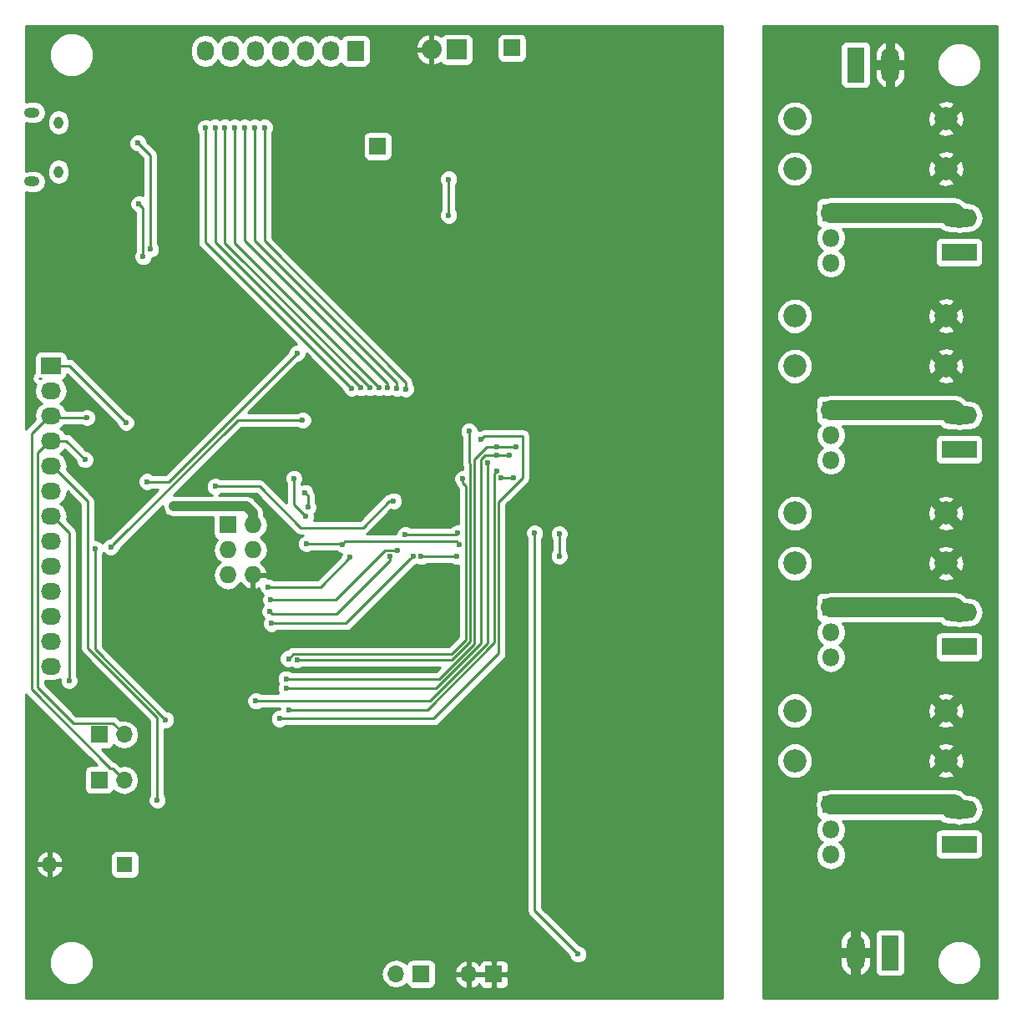
<source format=gbl>
G04 #@! TF.FileFunction,Copper,L2,Bot,Signal*
%FSLAX46Y46*%
G04 Gerber Fmt 4.6, Leading zero omitted, Abs format (unit mm)*
G04 Created by KiCad (PCBNEW 4.0.5) date 05/01/17 10:10:00*
%MOMM*%
%LPD*%
G01*
G04 APERTURE LIST*
%ADD10C,0.100000*%
%ADD11R,1.727200X1.727200*%
%ADD12O,1.727200X1.727200*%
%ADD13R,1.800000X3.600000*%
%ADD14O,1.800000X3.600000*%
%ADD15O,0.950000X1.250000*%
%ADD16O,1.550000X1.000000*%
%ADD17R,2.032000X1.727200*%
%ADD18O,2.032000X1.727200*%
%ADD19C,2.349500*%
%ADD20R,1.700000X1.700000*%
%ADD21O,1.700000X1.700000*%
%ADD22R,1.600000X1.600000*%
%ADD23O,1.600000X1.600000*%
%ADD24R,3.600000X1.800000*%
%ADD25O,3.600000X1.800000*%
%ADD26R,1.727200X2.032000*%
%ADD27O,1.727200X2.032000*%
%ADD28R,2.032000X2.032000*%
%ADD29O,2.032000X2.032000*%
%ADD30R,1.800000X1.800000*%
%ADD31O,1.800000X1.800000*%
%ADD32C,0.600000*%
%ADD33C,0.250000*%
%ADD34C,1.000000*%
%ADD35C,2.000000*%
%ADD36C,0.254000*%
G04 APERTURE END LIST*
D10*
D11*
X50860000Y-68650000D03*
D12*
X53400000Y-68650000D03*
X50860000Y-71190000D03*
X53400000Y-71190000D03*
X50860000Y-73730000D03*
X53400000Y-73730000D03*
D13*
X114510000Y-22000000D03*
D14*
X118010000Y-22000000D03*
D15*
X33710000Y-27850000D03*
X33710000Y-32850000D03*
D16*
X31010000Y-26850000D03*
X31010000Y-33850000D03*
D17*
X32910000Y-52500000D03*
D18*
X32910000Y-55040000D03*
X32910000Y-57580000D03*
X32910000Y-60120000D03*
X32910000Y-62660000D03*
X32910000Y-65200000D03*
X32910000Y-67740000D03*
X32910000Y-70280000D03*
X32910000Y-72820000D03*
X32910000Y-75360000D03*
X32910000Y-77900000D03*
X32910000Y-80440000D03*
X32910000Y-82980000D03*
D19*
X123660640Y-27460000D03*
X123660640Y-32540000D03*
X108339360Y-27460000D03*
X108339360Y-32540000D03*
D20*
X37810000Y-94500000D03*
D21*
X40350000Y-94500000D03*
D20*
X37810000Y-89900000D03*
D21*
X40350000Y-89900000D03*
D22*
X40410000Y-103050000D03*
D23*
X32790000Y-103050000D03*
D19*
X123660640Y-47460000D03*
X123660640Y-52540000D03*
X108339360Y-47460000D03*
X108339360Y-52540000D03*
X123660640Y-67460000D03*
X123660640Y-72540000D03*
X108339360Y-67460000D03*
X108339360Y-72540000D03*
X123660640Y-87460000D03*
X123660640Y-92540000D03*
X108339360Y-87460000D03*
X108339360Y-92540000D03*
D24*
X125000000Y-61000000D03*
D25*
X125000000Y-57500000D03*
D24*
X125000000Y-81000000D03*
D25*
X125000000Y-77500000D03*
D13*
X118000000Y-112000000D03*
D14*
X114500000Y-112000000D03*
D24*
X125000000Y-41000000D03*
D25*
X125000000Y-37500000D03*
D24*
X125000000Y-101000000D03*
D25*
X125000000Y-97500000D03*
D26*
X63810000Y-20600000D03*
D27*
X61270000Y-20600000D03*
X58730000Y-20600000D03*
X56190000Y-20600000D03*
X53650000Y-20600000D03*
X51110000Y-20600000D03*
X48570000Y-20600000D03*
D28*
X74060000Y-20450000D03*
D29*
X71520000Y-20450000D03*
D30*
X112000000Y-37000000D03*
D31*
X112000000Y-39540000D03*
X112000000Y-42080000D03*
D30*
X112000000Y-57000000D03*
D31*
X112000000Y-59540000D03*
X112000000Y-62080000D03*
D30*
X112000000Y-77000000D03*
D31*
X112000000Y-79540000D03*
X112000000Y-82080000D03*
D30*
X112000000Y-97000000D03*
D31*
X112000000Y-99540000D03*
X112000000Y-102080000D03*
D20*
X79660000Y-20300000D03*
X77810000Y-114200000D03*
D21*
X75270000Y-114200000D03*
D20*
X70460000Y-114150000D03*
D21*
X67920000Y-114150000D03*
D20*
X66060000Y-30250000D03*
D32*
X35960000Y-32550000D03*
X55560000Y-71950000D03*
X88260000Y-108350000D03*
X95732600Y-30937200D03*
X95580200Y-50977800D03*
X95656400Y-70942200D03*
X95656400Y-70942200D03*
X95326200Y-90525600D03*
X98044000Y-103047800D03*
X66510000Y-80600000D03*
X59460000Y-37900000D03*
X53960000Y-98800000D03*
X69034987Y-59075013D03*
X70110000Y-60650000D03*
X64910000Y-58450000D03*
X63210000Y-60550000D03*
X45360000Y-66750000D03*
X57562751Y-63924990D03*
X58710000Y-67750000D03*
X70460000Y-71850000D03*
X74060000Y-71850000D03*
X36576000Y-57759600D03*
X55219600Y-76225400D03*
X68060000Y-71196200D03*
X36372800Y-62026800D03*
X55143400Y-77393800D03*
X67260000Y-71850000D03*
X58682001Y-65375010D03*
X58960000Y-66850000D03*
X57860000Y-51250000D03*
X42660000Y-64250000D03*
X63260000Y-71950000D03*
X54960000Y-74950000D03*
X54560000Y-28350000D03*
X68910000Y-54850000D03*
X53560000Y-28350000D03*
X67960000Y-54800000D03*
X52560000Y-28350000D03*
X67060000Y-54750000D03*
X51560000Y-28350000D03*
X66210000Y-54750000D03*
X50560000Y-28350000D03*
X65260000Y-54750000D03*
X49560000Y-28350000D03*
X64360000Y-54750000D03*
X48560000Y-28400000D03*
X63410000Y-54800000D03*
X86360000Y-112150000D03*
X81960000Y-69450000D03*
X74160000Y-69450000D03*
X68860000Y-69650000D03*
X40538400Y-58267600D03*
X49580800Y-64744600D03*
X67665600Y-66217800D03*
X69660000Y-71800000D03*
X55270400Y-78638400D03*
X43708738Y-96532636D03*
X76530200Y-59944000D03*
X56083200Y-88290400D03*
X78127698Y-63179809D03*
X57048400Y-87376000D03*
X38987165Y-70894667D03*
X58445400Y-58013600D03*
X34760000Y-84450000D03*
X77165200Y-62331600D03*
X53695600Y-86487000D03*
X37414200Y-71069200D03*
X44551600Y-88392000D03*
X56760000Y-85200000D03*
X78151949Y-61591949D03*
X79410000Y-61550000D03*
X56760000Y-84250000D03*
X78110000Y-60750000D03*
X80060000Y-60750000D03*
X74334968Y-70600000D03*
X58810000Y-70550000D03*
X62460000Y-70600000D03*
X78519621Y-63900000D03*
X74660000Y-63950000D03*
X57010000Y-82200000D03*
X79810000Y-63900000D03*
X84460000Y-69550000D03*
X84460000Y-71800000D03*
X57856192Y-82328844D03*
X75310000Y-59150000D03*
X41810000Y-36100000D03*
X42260000Y-41450000D03*
X41760000Y-29950000D03*
X43010000Y-40700000D03*
X73260000Y-37250000D03*
X73260000Y-33600000D03*
D33*
X31760000Y-53770000D02*
X31912400Y-53770000D01*
X70110000Y-60650000D02*
X70110000Y-60150026D01*
X70110000Y-60150026D02*
X69034987Y-59075013D01*
X63210000Y-60550000D02*
X64910000Y-58850000D01*
X64910000Y-58850000D02*
X64910000Y-58450000D01*
D34*
X53400000Y-68650000D02*
X53400000Y-67428686D01*
X53400000Y-67428686D02*
X52721314Y-66750000D01*
X52721314Y-66750000D02*
X45360000Y-66750000D01*
D33*
X57562751Y-66602751D02*
X57562751Y-64349254D01*
X58710000Y-67750000D02*
X57562751Y-66602751D01*
X57562751Y-64349254D02*
X57562751Y-63924990D01*
X74060000Y-71850000D02*
X70460000Y-71850000D01*
X36576000Y-57759600D02*
X33089600Y-57759600D01*
X33089600Y-57759600D02*
X32910000Y-57580000D01*
X66827400Y-71196200D02*
X61798200Y-76225400D01*
X61798200Y-76225400D02*
X55219600Y-76225400D01*
X68060000Y-71196200D02*
X66827400Y-71196200D01*
X30937200Y-85312202D02*
X30937200Y-59400400D01*
X30937200Y-59400400D02*
X32757600Y-57580000D01*
X32757600Y-57580000D02*
X32910000Y-57580000D01*
X40350000Y-94500000D02*
X39174999Y-93324999D01*
X39174999Y-93324999D02*
X38949997Y-93324999D01*
X38949997Y-93324999D02*
X30937200Y-85312202D01*
X32910000Y-57580000D02*
X33062400Y-57580000D01*
X36372800Y-62026800D02*
X34466000Y-60120000D01*
X34466000Y-60120000D02*
X32910000Y-60120000D01*
X61886464Y-77647800D02*
X55397400Y-77647800D01*
X55397400Y-77647800D02*
X55143400Y-77393800D01*
X67260000Y-71850000D02*
X67260000Y-72274264D01*
X67260000Y-72274264D02*
X61886464Y-77647800D01*
X35181799Y-88724999D02*
X31568990Y-85112190D01*
X31568990Y-85112190D02*
X31568990Y-61308610D01*
X31568990Y-61308610D02*
X32757600Y-60120000D01*
X32757600Y-60120000D02*
X32910000Y-60120000D01*
X40350000Y-89900000D02*
X39174999Y-88724999D01*
X39174999Y-88724999D02*
X35181799Y-88724999D01*
X32910000Y-60120000D02*
X33062400Y-60120000D01*
X58960000Y-66850000D02*
X58960000Y-65653009D01*
X58960000Y-65653009D02*
X58682001Y-65375010D01*
X42660000Y-64250000D02*
X44860000Y-64250000D01*
X44860000Y-64250000D02*
X57860000Y-51250000D01*
X54960000Y-74950000D02*
X60260000Y-74950000D01*
X60260000Y-74950000D02*
X63260000Y-71950000D01*
X68910000Y-54200000D02*
X54560000Y-39850000D01*
X54560000Y-39850000D02*
X54560000Y-28350000D01*
X68910000Y-54850000D02*
X68910000Y-54200000D01*
X63810000Y-20600000D02*
X63810000Y-20752400D01*
X67960000Y-54250000D02*
X53560000Y-39850000D01*
X53560000Y-39850000D02*
X53560000Y-28350000D01*
X67960000Y-54800000D02*
X67960000Y-54250000D01*
X61270000Y-20752400D02*
X61270000Y-20600000D01*
X67060000Y-54750000D02*
X67060000Y-54325736D01*
X67060000Y-54325736D02*
X52560000Y-39825736D01*
X52560000Y-39825736D02*
X52560000Y-28350000D01*
X58730000Y-20752400D02*
X58730000Y-20600000D01*
X66210000Y-54750000D02*
X51560000Y-40100000D01*
X51560000Y-40100000D02*
X51560000Y-28350000D01*
X56190000Y-20752400D02*
X56190000Y-20600000D01*
X65260000Y-54750000D02*
X50560000Y-40050000D01*
X50560000Y-40050000D02*
X50560000Y-28350000D01*
X53650000Y-20752400D02*
X53650000Y-20600000D01*
X64360000Y-54750000D02*
X49560000Y-39950000D01*
X49560000Y-39950000D02*
X49560000Y-28350000D01*
X51110000Y-20752400D02*
X51110000Y-20600000D01*
X63410000Y-54800000D02*
X48560000Y-39950000D01*
X48560000Y-39950000D02*
X48560000Y-28400000D01*
X48570000Y-20600000D02*
X48570000Y-20752400D01*
X81960000Y-69450000D02*
X81960000Y-107750000D01*
X81960000Y-107750000D02*
X86360000Y-112150000D01*
X68860000Y-69650000D02*
X73960000Y-69650000D01*
X73960000Y-69650000D02*
X74160000Y-69450000D01*
X40538400Y-58267600D02*
X34770800Y-52500000D01*
X34770800Y-52500000D02*
X32910000Y-52500000D01*
X58216800Y-68910200D02*
X54051200Y-64744600D01*
X54051200Y-64744600D02*
X49580800Y-64744600D01*
X64548936Y-68910200D02*
X58216800Y-68910200D01*
X67665600Y-66217800D02*
X67241336Y-66217800D01*
X67241336Y-66217800D02*
X64548936Y-68910200D01*
X69360001Y-72099999D02*
X69660000Y-71800000D01*
X62821600Y-78638400D02*
X69360001Y-72099999D01*
X55270400Y-78638400D02*
X62821600Y-78638400D01*
X76835000Y-59639200D02*
X76530200Y-59944000D01*
X80772000Y-59639200D02*
X76835000Y-59639200D01*
X56083200Y-88290400D02*
X71729600Y-88290400D01*
X80772000Y-63855600D02*
X80772000Y-59639200D01*
X78344622Y-66282978D02*
X80772000Y-63855600D01*
X78344622Y-81675378D02*
X78344622Y-66282978D01*
X71729600Y-88290400D02*
X78344622Y-81675378D01*
X43708738Y-96108372D02*
X43708738Y-96532636D01*
X43708738Y-88185548D02*
X43708738Y-96108372D01*
X36652200Y-81129010D02*
X43708738Y-88185548D01*
X33062400Y-62660000D02*
X36652200Y-66249800D01*
X36652200Y-66249800D02*
X36652200Y-81129010D01*
X32910000Y-62660000D02*
X33062400Y-62660000D01*
X32910000Y-62660000D02*
X32757600Y-62660000D01*
X77894611Y-63412896D02*
X78127698Y-63179809D01*
X77894611Y-80552000D02*
X77894611Y-63412896D01*
X71070611Y-87376000D02*
X77894611Y-80552000D01*
X57048400Y-87376000D02*
X71070611Y-87376000D01*
X51868232Y-58013600D02*
X39287164Y-70594668D01*
X39287164Y-70594668D02*
X38987165Y-70894667D01*
X58445400Y-58013600D02*
X51868232Y-58013600D01*
X34760000Y-84450000D02*
X34760000Y-69437600D01*
X34760000Y-69437600D02*
X33062400Y-67740000D01*
X33062400Y-67740000D02*
X32910000Y-67740000D01*
X71323200Y-86487000D02*
X77165200Y-80645000D01*
X77165200Y-80645000D02*
X77165200Y-62331600D01*
X53695600Y-86487000D02*
X71323200Y-86487000D01*
X44551600Y-88392000D02*
X37414200Y-81254600D01*
X37414200Y-81254600D02*
X37414200Y-71069200D01*
X77727685Y-61591949D02*
X78151949Y-61591949D01*
X76979847Y-61591949D02*
X77727685Y-61591949D01*
X76540198Y-80633592D02*
X76540198Y-62031598D01*
X56760000Y-85200000D02*
X71973790Y-85200000D01*
X71973790Y-85200000D02*
X76540198Y-80633592D01*
X76540198Y-62031598D02*
X76979847Y-61591949D01*
X78193898Y-61550000D02*
X78151949Y-61591949D01*
X79410000Y-61550000D02*
X78193898Y-61550000D01*
X77685736Y-60750000D02*
X78110000Y-60750000D01*
X77098585Y-60750000D02*
X77685736Y-60750000D01*
X72287380Y-84250000D02*
X75860000Y-80677380D01*
X75860000Y-80677380D02*
X75860000Y-61988585D01*
X56760000Y-84250000D02*
X72287380Y-84250000D01*
X75860000Y-61988585D02*
X77098585Y-60750000D01*
X80060000Y-60750000D02*
X78110000Y-60750000D01*
X74034969Y-70300001D02*
X74334968Y-70600000D01*
X62460000Y-70600000D02*
X62759999Y-70300001D01*
X62759999Y-70300001D02*
X74034969Y-70300001D01*
X58810000Y-70550000D02*
X62410000Y-70550000D01*
X62410000Y-70550000D02*
X62460000Y-70600000D01*
X57506157Y-81703843D02*
X73560717Y-81703843D01*
X73560717Y-81703843D02*
X74959978Y-80304582D01*
X79810000Y-63900000D02*
X78519621Y-63900000D01*
X74959978Y-80304582D02*
X74959978Y-64674242D01*
X74959978Y-64674242D02*
X74660000Y-64374264D01*
X74660000Y-64374264D02*
X74660000Y-63950000D01*
X57010000Y-82200000D02*
X57506157Y-81703843D01*
X74685001Y-63975001D02*
X74660000Y-63950000D01*
X84460000Y-71800000D02*
X84460000Y-69550000D01*
X75310000Y-59150000D02*
X75310000Y-62313611D01*
X73572126Y-82328844D02*
X58280456Y-82328844D01*
X58280456Y-82328844D02*
X57856192Y-82328844D01*
X75409989Y-62413600D02*
X75409989Y-80490981D01*
X75409989Y-80490981D02*
X73572126Y-82328844D01*
X75310000Y-62313611D02*
X75409989Y-62413600D01*
X42260000Y-41450000D02*
X42260000Y-36550000D01*
X42260000Y-36550000D02*
X41810000Y-36100000D01*
X43010000Y-40700000D02*
X43010000Y-31200000D01*
X43010000Y-31200000D02*
X41760000Y-29950000D01*
X73260000Y-33600000D02*
X73260000Y-37250000D01*
D35*
X112000000Y-37000000D02*
X124500000Y-37000000D01*
X124500000Y-37000000D02*
X125000000Y-37500000D01*
X112000000Y-57000000D02*
X124500000Y-57000000D01*
X124500000Y-57000000D02*
X125000000Y-57500000D01*
X112000000Y-77000000D02*
X124500000Y-77000000D01*
X124500000Y-77000000D02*
X125000000Y-77500000D01*
X112000000Y-97000000D02*
X124500000Y-97000000D01*
X124500000Y-97000000D02*
X125000000Y-97500000D01*
D36*
G36*
X128850000Y-116640000D02*
X105127000Y-116640000D01*
X105127000Y-112373000D01*
X112965000Y-112373000D01*
X112965000Y-113273000D01*
X113224586Y-113832026D01*
X113678342Y-114249160D01*
X113898663Y-114312310D01*
X114127000Y-114224740D01*
X114127000Y-112373000D01*
X114873000Y-112373000D01*
X114873000Y-114224740D01*
X115101337Y-114312310D01*
X115321658Y-114249160D01*
X115775414Y-113832026D01*
X116035000Y-113273000D01*
X116035000Y-112373000D01*
X114873000Y-112373000D01*
X114127000Y-112373000D01*
X112965000Y-112373000D01*
X105127000Y-112373000D01*
X105127000Y-110727000D01*
X112965000Y-110727000D01*
X112965000Y-111627000D01*
X114127000Y-111627000D01*
X114127000Y-109775260D01*
X114873000Y-109775260D01*
X114873000Y-111627000D01*
X116035000Y-111627000D01*
X116035000Y-110727000D01*
X115790286Y-110200000D01*
X116452560Y-110200000D01*
X116452560Y-113800000D01*
X116496838Y-114035317D01*
X116635910Y-114251441D01*
X116848110Y-114396431D01*
X117100000Y-114447440D01*
X118900000Y-114447440D01*
X119135317Y-114403162D01*
X119351441Y-114264090D01*
X119496431Y-114051890D01*
X119547440Y-113800000D01*
X119547440Y-113442619D01*
X122764613Y-113442619D01*
X123104155Y-114264372D01*
X123732321Y-114893636D01*
X124553481Y-115234611D01*
X125442619Y-115235387D01*
X126264372Y-114895845D01*
X126893636Y-114267679D01*
X127234611Y-113446519D01*
X127235387Y-112557381D01*
X126895845Y-111735628D01*
X126267679Y-111106364D01*
X125446519Y-110765389D01*
X124557381Y-110764613D01*
X123735628Y-111104155D01*
X123106364Y-111732321D01*
X122765389Y-112553481D01*
X122764613Y-113442619D01*
X119547440Y-113442619D01*
X119547440Y-110200000D01*
X119503162Y-109964683D01*
X119364090Y-109748559D01*
X119151890Y-109603569D01*
X118900000Y-109552560D01*
X117100000Y-109552560D01*
X116864683Y-109596838D01*
X116648559Y-109735910D01*
X116503569Y-109948110D01*
X116452560Y-110200000D01*
X115790286Y-110200000D01*
X115775414Y-110167974D01*
X115321658Y-109750840D01*
X115101337Y-109687690D01*
X114873000Y-109775260D01*
X114127000Y-109775260D01*
X113898663Y-109687690D01*
X113678342Y-109750840D01*
X113224586Y-110167974D01*
X112965000Y-110727000D01*
X105127000Y-110727000D01*
X105127000Y-97000000D01*
X110365000Y-97000000D01*
X110452560Y-97440193D01*
X110452560Y-97900000D01*
X110496838Y-98135317D01*
X110635910Y-98351441D01*
X110848110Y-98496431D01*
X110864344Y-98499719D01*
X110581845Y-98922509D01*
X110465000Y-99509928D01*
X110465000Y-99570072D01*
X110581845Y-100157491D01*
X110914591Y-100655481D01*
X111145845Y-100810000D01*
X110914591Y-100964519D01*
X110581845Y-101462509D01*
X110465000Y-102049928D01*
X110465000Y-102110072D01*
X110581845Y-102697491D01*
X110914591Y-103195481D01*
X111412581Y-103528227D01*
X112000000Y-103645072D01*
X112587419Y-103528227D01*
X113085409Y-103195481D01*
X113418155Y-102697491D01*
X113535000Y-102110072D01*
X113535000Y-102049928D01*
X113418155Y-101462509D01*
X113085409Y-100964519D01*
X112854155Y-100810000D01*
X113085409Y-100655481D01*
X113418155Y-100157491D01*
X113429590Y-100100000D01*
X122552560Y-100100000D01*
X122552560Y-101900000D01*
X122596838Y-102135317D01*
X122735910Y-102351441D01*
X122948110Y-102496431D01*
X123200000Y-102547440D01*
X126800000Y-102547440D01*
X127035317Y-102503162D01*
X127251441Y-102364090D01*
X127396431Y-102151890D01*
X127447440Y-101900000D01*
X127447440Y-100100000D01*
X127403162Y-99864683D01*
X127264090Y-99648559D01*
X127051890Y-99503569D01*
X126800000Y-99452560D01*
X123200000Y-99452560D01*
X122964683Y-99496838D01*
X122748559Y-99635910D01*
X122603569Y-99848110D01*
X122552560Y-100100000D01*
X113429590Y-100100000D01*
X113535000Y-99570072D01*
X113535000Y-99509928D01*
X113418155Y-98922509D01*
X113226048Y-98635000D01*
X123041105Y-98635000D01*
X123464877Y-98918155D01*
X124052296Y-99035000D01*
X124497265Y-99035000D01*
X125000000Y-99135001D01*
X125502735Y-99035000D01*
X125947704Y-99035000D01*
X126535123Y-98918155D01*
X127033113Y-98585409D01*
X127365859Y-98087419D01*
X127482704Y-97500000D01*
X127365859Y-96912581D01*
X127033113Y-96414591D01*
X126535123Y-96081845D01*
X125947704Y-95965000D01*
X125777240Y-95965000D01*
X125656120Y-95843880D01*
X125125688Y-95489457D01*
X124500000Y-95364999D01*
X124499995Y-95365000D01*
X112000000Y-95365000D01*
X111559807Y-95452560D01*
X111100000Y-95452560D01*
X110864683Y-95496838D01*
X110648559Y-95635910D01*
X110503569Y-95848110D01*
X110452560Y-96100000D01*
X110452560Y-96559807D01*
X110365000Y-97000000D01*
X105127000Y-97000000D01*
X105127000Y-92898402D01*
X106529297Y-92898402D01*
X106804234Y-93563802D01*
X107312881Y-94073337D01*
X107977799Y-94349435D01*
X108697762Y-94350063D01*
X109363162Y-94075126D01*
X109471755Y-93966722D01*
X122761420Y-93966722D01*
X122900210Y-94221228D01*
X123601472Y-94384256D01*
X124311743Y-94266513D01*
X124421070Y-94221228D01*
X124559860Y-93966722D01*
X123660640Y-93067502D01*
X122761420Y-93966722D01*
X109471755Y-93966722D01*
X109872697Y-93566479D01*
X110148795Y-92901561D01*
X110149161Y-92480832D01*
X121816384Y-92480832D01*
X121934127Y-93191103D01*
X121979412Y-93300430D01*
X122233918Y-93439220D01*
X123133138Y-92540000D01*
X124188142Y-92540000D01*
X125087362Y-93439220D01*
X125341868Y-93300430D01*
X125504896Y-92599168D01*
X125387153Y-91888897D01*
X125341868Y-91779570D01*
X125087362Y-91640780D01*
X124188142Y-92540000D01*
X123133138Y-92540000D01*
X122233918Y-91640780D01*
X121979412Y-91779570D01*
X121816384Y-92480832D01*
X110149161Y-92480832D01*
X110149423Y-92181598D01*
X109874486Y-91516198D01*
X109472269Y-91113278D01*
X122761420Y-91113278D01*
X123660640Y-92012498D01*
X124559860Y-91113278D01*
X124421070Y-90858772D01*
X123719808Y-90695744D01*
X123009537Y-90813487D01*
X122900210Y-90858772D01*
X122761420Y-91113278D01*
X109472269Y-91113278D01*
X109365839Y-91006663D01*
X108700921Y-90730565D01*
X107980958Y-90729937D01*
X107315558Y-91004874D01*
X106806023Y-91513521D01*
X106529925Y-92178439D01*
X106529297Y-92898402D01*
X105127000Y-92898402D01*
X105127000Y-87818402D01*
X106529297Y-87818402D01*
X106804234Y-88483802D01*
X107312881Y-88993337D01*
X107977799Y-89269435D01*
X108697762Y-89270063D01*
X109363162Y-88995126D01*
X109471755Y-88886722D01*
X122761420Y-88886722D01*
X122900210Y-89141228D01*
X123601472Y-89304256D01*
X124311743Y-89186513D01*
X124421070Y-89141228D01*
X124559860Y-88886722D01*
X123660640Y-87987502D01*
X122761420Y-88886722D01*
X109471755Y-88886722D01*
X109872697Y-88486479D01*
X110148795Y-87821561D01*
X110149161Y-87400832D01*
X121816384Y-87400832D01*
X121934127Y-88111103D01*
X121979412Y-88220430D01*
X122233918Y-88359220D01*
X123133138Y-87460000D01*
X124188142Y-87460000D01*
X125087362Y-88359220D01*
X125341868Y-88220430D01*
X125504896Y-87519168D01*
X125387153Y-86808897D01*
X125341868Y-86699570D01*
X125087362Y-86560780D01*
X124188142Y-87460000D01*
X123133138Y-87460000D01*
X122233918Y-86560780D01*
X121979412Y-86699570D01*
X121816384Y-87400832D01*
X110149161Y-87400832D01*
X110149423Y-87101598D01*
X109874486Y-86436198D01*
X109472269Y-86033278D01*
X122761420Y-86033278D01*
X123660640Y-86932498D01*
X124559860Y-86033278D01*
X124421070Y-85778772D01*
X123719808Y-85615744D01*
X123009537Y-85733487D01*
X122900210Y-85778772D01*
X122761420Y-86033278D01*
X109472269Y-86033278D01*
X109365839Y-85926663D01*
X108700921Y-85650565D01*
X107980958Y-85649937D01*
X107315558Y-85924874D01*
X106806023Y-86433521D01*
X106529925Y-87098439D01*
X106529297Y-87818402D01*
X105127000Y-87818402D01*
X105127000Y-77000000D01*
X110365000Y-77000000D01*
X110452560Y-77440193D01*
X110452560Y-77900000D01*
X110496838Y-78135317D01*
X110635910Y-78351441D01*
X110848110Y-78496431D01*
X110864344Y-78499719D01*
X110581845Y-78922509D01*
X110465000Y-79509928D01*
X110465000Y-79570072D01*
X110581845Y-80157491D01*
X110914591Y-80655481D01*
X111145845Y-80810000D01*
X110914591Y-80964519D01*
X110581845Y-81462509D01*
X110465000Y-82049928D01*
X110465000Y-82110072D01*
X110581845Y-82697491D01*
X110914591Y-83195481D01*
X111412581Y-83528227D01*
X112000000Y-83645072D01*
X112587419Y-83528227D01*
X113085409Y-83195481D01*
X113418155Y-82697491D01*
X113535000Y-82110072D01*
X113535000Y-82049928D01*
X113418155Y-81462509D01*
X113085409Y-80964519D01*
X112854155Y-80810000D01*
X113085409Y-80655481D01*
X113418155Y-80157491D01*
X113429590Y-80100000D01*
X122552560Y-80100000D01*
X122552560Y-81900000D01*
X122596838Y-82135317D01*
X122735910Y-82351441D01*
X122948110Y-82496431D01*
X123200000Y-82547440D01*
X126800000Y-82547440D01*
X127035317Y-82503162D01*
X127251441Y-82364090D01*
X127396431Y-82151890D01*
X127447440Y-81900000D01*
X127447440Y-80100000D01*
X127403162Y-79864683D01*
X127264090Y-79648559D01*
X127051890Y-79503569D01*
X126800000Y-79452560D01*
X123200000Y-79452560D01*
X122964683Y-79496838D01*
X122748559Y-79635910D01*
X122603569Y-79848110D01*
X122552560Y-80100000D01*
X113429590Y-80100000D01*
X113535000Y-79570072D01*
X113535000Y-79509928D01*
X113418155Y-78922509D01*
X113226048Y-78635000D01*
X123041105Y-78635000D01*
X123464877Y-78918155D01*
X124052296Y-79035000D01*
X124497265Y-79035000D01*
X125000000Y-79135001D01*
X125502735Y-79035000D01*
X125947704Y-79035000D01*
X126535123Y-78918155D01*
X127033113Y-78585409D01*
X127365859Y-78087419D01*
X127482704Y-77500000D01*
X127365859Y-76912581D01*
X127033113Y-76414591D01*
X126535123Y-76081845D01*
X125947704Y-75965000D01*
X125777240Y-75965000D01*
X125656120Y-75843880D01*
X125125688Y-75489457D01*
X124500000Y-75364999D01*
X124499995Y-75365000D01*
X112000000Y-75365000D01*
X111559807Y-75452560D01*
X111100000Y-75452560D01*
X110864683Y-75496838D01*
X110648559Y-75635910D01*
X110503569Y-75848110D01*
X110452560Y-76100000D01*
X110452560Y-76559807D01*
X110365000Y-77000000D01*
X105127000Y-77000000D01*
X105127000Y-72898402D01*
X106529297Y-72898402D01*
X106804234Y-73563802D01*
X107312881Y-74073337D01*
X107977799Y-74349435D01*
X108697762Y-74350063D01*
X109363162Y-74075126D01*
X109471755Y-73966722D01*
X122761420Y-73966722D01*
X122900210Y-74221228D01*
X123601472Y-74384256D01*
X124311743Y-74266513D01*
X124421070Y-74221228D01*
X124559860Y-73966722D01*
X123660640Y-73067502D01*
X122761420Y-73966722D01*
X109471755Y-73966722D01*
X109872697Y-73566479D01*
X110148795Y-72901561D01*
X110149161Y-72480832D01*
X121816384Y-72480832D01*
X121934127Y-73191103D01*
X121979412Y-73300430D01*
X122233918Y-73439220D01*
X123133138Y-72540000D01*
X124188142Y-72540000D01*
X125087362Y-73439220D01*
X125341868Y-73300430D01*
X125504896Y-72599168D01*
X125387153Y-71888897D01*
X125341868Y-71779570D01*
X125087362Y-71640780D01*
X124188142Y-72540000D01*
X123133138Y-72540000D01*
X122233918Y-71640780D01*
X121979412Y-71779570D01*
X121816384Y-72480832D01*
X110149161Y-72480832D01*
X110149423Y-72181598D01*
X109874486Y-71516198D01*
X109472269Y-71113278D01*
X122761420Y-71113278D01*
X123660640Y-72012498D01*
X124559860Y-71113278D01*
X124421070Y-70858772D01*
X123719808Y-70695744D01*
X123009537Y-70813487D01*
X122900210Y-70858772D01*
X122761420Y-71113278D01*
X109472269Y-71113278D01*
X109365839Y-71006663D01*
X108700921Y-70730565D01*
X107980958Y-70729937D01*
X107315558Y-71004874D01*
X106806023Y-71513521D01*
X106529925Y-72178439D01*
X106529297Y-72898402D01*
X105127000Y-72898402D01*
X105127000Y-67818402D01*
X106529297Y-67818402D01*
X106804234Y-68483802D01*
X107312881Y-68993337D01*
X107977799Y-69269435D01*
X108697762Y-69270063D01*
X109363162Y-68995126D01*
X109471755Y-68886722D01*
X122761420Y-68886722D01*
X122900210Y-69141228D01*
X123601472Y-69304256D01*
X124311743Y-69186513D01*
X124421070Y-69141228D01*
X124559860Y-68886722D01*
X123660640Y-67987502D01*
X122761420Y-68886722D01*
X109471755Y-68886722D01*
X109872697Y-68486479D01*
X110148795Y-67821561D01*
X110149161Y-67400832D01*
X121816384Y-67400832D01*
X121934127Y-68111103D01*
X121979412Y-68220430D01*
X122233918Y-68359220D01*
X123133138Y-67460000D01*
X124188142Y-67460000D01*
X125087362Y-68359220D01*
X125341868Y-68220430D01*
X125504896Y-67519168D01*
X125387153Y-66808897D01*
X125341868Y-66699570D01*
X125087362Y-66560780D01*
X124188142Y-67460000D01*
X123133138Y-67460000D01*
X122233918Y-66560780D01*
X121979412Y-66699570D01*
X121816384Y-67400832D01*
X110149161Y-67400832D01*
X110149423Y-67101598D01*
X109874486Y-66436198D01*
X109472269Y-66033278D01*
X122761420Y-66033278D01*
X123660640Y-66932498D01*
X124559860Y-66033278D01*
X124421070Y-65778772D01*
X123719808Y-65615744D01*
X123009537Y-65733487D01*
X122900210Y-65778772D01*
X122761420Y-66033278D01*
X109472269Y-66033278D01*
X109365839Y-65926663D01*
X108700921Y-65650565D01*
X107980958Y-65649937D01*
X107315558Y-65924874D01*
X106806023Y-66433521D01*
X106529925Y-67098439D01*
X106529297Y-67818402D01*
X105127000Y-67818402D01*
X105127000Y-57000000D01*
X110365000Y-57000000D01*
X110452560Y-57440193D01*
X110452560Y-57900000D01*
X110496838Y-58135317D01*
X110635910Y-58351441D01*
X110848110Y-58496431D01*
X110864344Y-58499719D01*
X110581845Y-58922509D01*
X110465000Y-59509928D01*
X110465000Y-59570072D01*
X110581845Y-60157491D01*
X110914591Y-60655481D01*
X111145845Y-60810000D01*
X110914591Y-60964519D01*
X110581845Y-61462509D01*
X110465000Y-62049928D01*
X110465000Y-62110072D01*
X110581845Y-62697491D01*
X110914591Y-63195481D01*
X111412581Y-63528227D01*
X112000000Y-63645072D01*
X112587419Y-63528227D01*
X113085409Y-63195481D01*
X113418155Y-62697491D01*
X113535000Y-62110072D01*
X113535000Y-62049928D01*
X113418155Y-61462509D01*
X113085409Y-60964519D01*
X112854155Y-60810000D01*
X113085409Y-60655481D01*
X113418155Y-60157491D01*
X113429590Y-60100000D01*
X122552560Y-60100000D01*
X122552560Y-61900000D01*
X122596838Y-62135317D01*
X122735910Y-62351441D01*
X122948110Y-62496431D01*
X123200000Y-62547440D01*
X126800000Y-62547440D01*
X127035317Y-62503162D01*
X127251441Y-62364090D01*
X127396431Y-62151890D01*
X127447440Y-61900000D01*
X127447440Y-60100000D01*
X127403162Y-59864683D01*
X127264090Y-59648559D01*
X127051890Y-59503569D01*
X126800000Y-59452560D01*
X123200000Y-59452560D01*
X122964683Y-59496838D01*
X122748559Y-59635910D01*
X122603569Y-59848110D01*
X122552560Y-60100000D01*
X113429590Y-60100000D01*
X113535000Y-59570072D01*
X113535000Y-59509928D01*
X113418155Y-58922509D01*
X113226048Y-58635000D01*
X123041105Y-58635000D01*
X123464877Y-58918155D01*
X124052296Y-59035000D01*
X124497265Y-59035000D01*
X125000000Y-59135001D01*
X125502735Y-59035000D01*
X125947704Y-59035000D01*
X126535123Y-58918155D01*
X127033113Y-58585409D01*
X127365859Y-58087419D01*
X127482704Y-57500000D01*
X127365859Y-56912581D01*
X127033113Y-56414591D01*
X126535123Y-56081845D01*
X125947704Y-55965000D01*
X125777240Y-55965000D01*
X125656120Y-55843880D01*
X125125688Y-55489457D01*
X124500000Y-55364999D01*
X124499995Y-55365000D01*
X112000000Y-55365000D01*
X111559807Y-55452560D01*
X111100000Y-55452560D01*
X110864683Y-55496838D01*
X110648559Y-55635910D01*
X110503569Y-55848110D01*
X110452560Y-56100000D01*
X110452560Y-56559807D01*
X110365000Y-57000000D01*
X105127000Y-57000000D01*
X105127000Y-52898402D01*
X106529297Y-52898402D01*
X106804234Y-53563802D01*
X107312881Y-54073337D01*
X107977799Y-54349435D01*
X108697762Y-54350063D01*
X109363162Y-54075126D01*
X109471755Y-53966722D01*
X122761420Y-53966722D01*
X122900210Y-54221228D01*
X123601472Y-54384256D01*
X124311743Y-54266513D01*
X124421070Y-54221228D01*
X124559860Y-53966722D01*
X123660640Y-53067502D01*
X122761420Y-53966722D01*
X109471755Y-53966722D01*
X109872697Y-53566479D01*
X110148795Y-52901561D01*
X110149161Y-52480832D01*
X121816384Y-52480832D01*
X121934127Y-53191103D01*
X121979412Y-53300430D01*
X122233918Y-53439220D01*
X123133138Y-52540000D01*
X124188142Y-52540000D01*
X125087362Y-53439220D01*
X125341868Y-53300430D01*
X125504896Y-52599168D01*
X125387153Y-51888897D01*
X125341868Y-51779570D01*
X125087362Y-51640780D01*
X124188142Y-52540000D01*
X123133138Y-52540000D01*
X122233918Y-51640780D01*
X121979412Y-51779570D01*
X121816384Y-52480832D01*
X110149161Y-52480832D01*
X110149423Y-52181598D01*
X109874486Y-51516198D01*
X109472269Y-51113278D01*
X122761420Y-51113278D01*
X123660640Y-52012498D01*
X124559860Y-51113278D01*
X124421070Y-50858772D01*
X123719808Y-50695744D01*
X123009537Y-50813487D01*
X122900210Y-50858772D01*
X122761420Y-51113278D01*
X109472269Y-51113278D01*
X109365839Y-51006663D01*
X108700921Y-50730565D01*
X107980958Y-50729937D01*
X107315558Y-51004874D01*
X106806023Y-51513521D01*
X106529925Y-52178439D01*
X106529297Y-52898402D01*
X105127000Y-52898402D01*
X105127000Y-47818402D01*
X106529297Y-47818402D01*
X106804234Y-48483802D01*
X107312881Y-48993337D01*
X107977799Y-49269435D01*
X108697762Y-49270063D01*
X109363162Y-48995126D01*
X109471755Y-48886722D01*
X122761420Y-48886722D01*
X122900210Y-49141228D01*
X123601472Y-49304256D01*
X124311743Y-49186513D01*
X124421070Y-49141228D01*
X124559860Y-48886722D01*
X123660640Y-47987502D01*
X122761420Y-48886722D01*
X109471755Y-48886722D01*
X109872697Y-48486479D01*
X110148795Y-47821561D01*
X110149161Y-47400832D01*
X121816384Y-47400832D01*
X121934127Y-48111103D01*
X121979412Y-48220430D01*
X122233918Y-48359220D01*
X123133138Y-47460000D01*
X124188142Y-47460000D01*
X125087362Y-48359220D01*
X125341868Y-48220430D01*
X125504896Y-47519168D01*
X125387153Y-46808897D01*
X125341868Y-46699570D01*
X125087362Y-46560780D01*
X124188142Y-47460000D01*
X123133138Y-47460000D01*
X122233918Y-46560780D01*
X121979412Y-46699570D01*
X121816384Y-47400832D01*
X110149161Y-47400832D01*
X110149423Y-47101598D01*
X109874486Y-46436198D01*
X109472269Y-46033278D01*
X122761420Y-46033278D01*
X123660640Y-46932498D01*
X124559860Y-46033278D01*
X124421070Y-45778772D01*
X123719808Y-45615744D01*
X123009537Y-45733487D01*
X122900210Y-45778772D01*
X122761420Y-46033278D01*
X109472269Y-46033278D01*
X109365839Y-45926663D01*
X108700921Y-45650565D01*
X107980958Y-45649937D01*
X107315558Y-45924874D01*
X106806023Y-46433521D01*
X106529925Y-47098439D01*
X106529297Y-47818402D01*
X105127000Y-47818402D01*
X105127000Y-37000000D01*
X110365000Y-37000000D01*
X110452560Y-37440193D01*
X110452560Y-37900000D01*
X110496838Y-38135317D01*
X110635910Y-38351441D01*
X110848110Y-38496431D01*
X110864344Y-38499719D01*
X110581845Y-38922509D01*
X110465000Y-39509928D01*
X110465000Y-39570072D01*
X110581845Y-40157491D01*
X110914591Y-40655481D01*
X111145845Y-40810000D01*
X110914591Y-40964519D01*
X110581845Y-41462509D01*
X110465000Y-42049928D01*
X110465000Y-42110072D01*
X110581845Y-42697491D01*
X110914591Y-43195481D01*
X111412581Y-43528227D01*
X112000000Y-43645072D01*
X112587419Y-43528227D01*
X113085409Y-43195481D01*
X113418155Y-42697491D01*
X113535000Y-42110072D01*
X113535000Y-42049928D01*
X113418155Y-41462509D01*
X113085409Y-40964519D01*
X112854155Y-40810000D01*
X113085409Y-40655481D01*
X113418155Y-40157491D01*
X113429590Y-40100000D01*
X122552560Y-40100000D01*
X122552560Y-41900000D01*
X122596838Y-42135317D01*
X122735910Y-42351441D01*
X122948110Y-42496431D01*
X123200000Y-42547440D01*
X126800000Y-42547440D01*
X127035317Y-42503162D01*
X127251441Y-42364090D01*
X127396431Y-42151890D01*
X127447440Y-41900000D01*
X127447440Y-40100000D01*
X127403162Y-39864683D01*
X127264090Y-39648559D01*
X127051890Y-39503569D01*
X126800000Y-39452560D01*
X123200000Y-39452560D01*
X122964683Y-39496838D01*
X122748559Y-39635910D01*
X122603569Y-39848110D01*
X122552560Y-40100000D01*
X113429590Y-40100000D01*
X113535000Y-39570072D01*
X113535000Y-39509928D01*
X113418155Y-38922509D01*
X113226048Y-38635000D01*
X123041105Y-38635000D01*
X123464877Y-38918155D01*
X124052296Y-39035000D01*
X124497265Y-39035000D01*
X125000000Y-39135001D01*
X125502735Y-39035000D01*
X125947704Y-39035000D01*
X126535123Y-38918155D01*
X127033113Y-38585409D01*
X127365859Y-38087419D01*
X127482704Y-37500000D01*
X127365859Y-36912581D01*
X127033113Y-36414591D01*
X126535123Y-36081845D01*
X125947704Y-35965000D01*
X125777240Y-35965000D01*
X125656120Y-35843880D01*
X125125688Y-35489457D01*
X124500000Y-35364999D01*
X124499995Y-35365000D01*
X112000000Y-35365000D01*
X111559807Y-35452560D01*
X111100000Y-35452560D01*
X110864683Y-35496838D01*
X110648559Y-35635910D01*
X110503569Y-35848110D01*
X110452560Y-36100000D01*
X110452560Y-36559807D01*
X110365000Y-37000000D01*
X105127000Y-37000000D01*
X105127000Y-32898402D01*
X106529297Y-32898402D01*
X106804234Y-33563802D01*
X107312881Y-34073337D01*
X107977799Y-34349435D01*
X108697762Y-34350063D01*
X109363162Y-34075126D01*
X109471755Y-33966722D01*
X122761420Y-33966722D01*
X122900210Y-34221228D01*
X123601472Y-34384256D01*
X124311743Y-34266513D01*
X124421070Y-34221228D01*
X124559860Y-33966722D01*
X123660640Y-33067502D01*
X122761420Y-33966722D01*
X109471755Y-33966722D01*
X109872697Y-33566479D01*
X110148795Y-32901561D01*
X110149161Y-32480832D01*
X121816384Y-32480832D01*
X121934127Y-33191103D01*
X121979412Y-33300430D01*
X122233918Y-33439220D01*
X123133138Y-32540000D01*
X124188142Y-32540000D01*
X125087362Y-33439220D01*
X125341868Y-33300430D01*
X125504896Y-32599168D01*
X125387153Y-31888897D01*
X125341868Y-31779570D01*
X125087362Y-31640780D01*
X124188142Y-32540000D01*
X123133138Y-32540000D01*
X122233918Y-31640780D01*
X121979412Y-31779570D01*
X121816384Y-32480832D01*
X110149161Y-32480832D01*
X110149423Y-32181598D01*
X109874486Y-31516198D01*
X109472269Y-31113278D01*
X122761420Y-31113278D01*
X123660640Y-32012498D01*
X124559860Y-31113278D01*
X124421070Y-30858772D01*
X123719808Y-30695744D01*
X123009537Y-30813487D01*
X122900210Y-30858772D01*
X122761420Y-31113278D01*
X109472269Y-31113278D01*
X109365839Y-31006663D01*
X108700921Y-30730565D01*
X107980958Y-30729937D01*
X107315558Y-31004874D01*
X106806023Y-31513521D01*
X106529925Y-32178439D01*
X106529297Y-32898402D01*
X105127000Y-32898402D01*
X105127000Y-27818402D01*
X106529297Y-27818402D01*
X106804234Y-28483802D01*
X107312881Y-28993337D01*
X107977799Y-29269435D01*
X108697762Y-29270063D01*
X109363162Y-28995126D01*
X109471755Y-28886722D01*
X122761420Y-28886722D01*
X122900210Y-29141228D01*
X123601472Y-29304256D01*
X124311743Y-29186513D01*
X124421070Y-29141228D01*
X124559860Y-28886722D01*
X123660640Y-27987502D01*
X122761420Y-28886722D01*
X109471755Y-28886722D01*
X109872697Y-28486479D01*
X110148795Y-27821561D01*
X110149161Y-27400832D01*
X121816384Y-27400832D01*
X121934127Y-28111103D01*
X121979412Y-28220430D01*
X122233918Y-28359220D01*
X123133138Y-27460000D01*
X124188142Y-27460000D01*
X125087362Y-28359220D01*
X125341868Y-28220430D01*
X125504896Y-27519168D01*
X125387153Y-26808897D01*
X125341868Y-26699570D01*
X125087362Y-26560780D01*
X124188142Y-27460000D01*
X123133138Y-27460000D01*
X122233918Y-26560780D01*
X121979412Y-26699570D01*
X121816384Y-27400832D01*
X110149161Y-27400832D01*
X110149423Y-27101598D01*
X109874486Y-26436198D01*
X109472269Y-26033278D01*
X122761420Y-26033278D01*
X123660640Y-26932498D01*
X124559860Y-26033278D01*
X124421070Y-25778772D01*
X123719808Y-25615744D01*
X123009537Y-25733487D01*
X122900210Y-25778772D01*
X122761420Y-26033278D01*
X109472269Y-26033278D01*
X109365839Y-25926663D01*
X108700921Y-25650565D01*
X107980958Y-25649937D01*
X107315558Y-25924874D01*
X106806023Y-26433521D01*
X106529925Y-27098439D01*
X106529297Y-27818402D01*
X105127000Y-27818402D01*
X105127000Y-20200000D01*
X112962560Y-20200000D01*
X112962560Y-23800000D01*
X113006838Y-24035317D01*
X113145910Y-24251441D01*
X113358110Y-24396431D01*
X113610000Y-24447440D01*
X115410000Y-24447440D01*
X115645317Y-24403162D01*
X115861441Y-24264090D01*
X116006431Y-24051890D01*
X116057440Y-23800000D01*
X116057440Y-22373000D01*
X116475000Y-22373000D01*
X116475000Y-23273000D01*
X116734586Y-23832026D01*
X117188342Y-24249160D01*
X117408663Y-24312310D01*
X117637000Y-24224740D01*
X117637000Y-22373000D01*
X118383000Y-22373000D01*
X118383000Y-24224740D01*
X118611337Y-24312310D01*
X118831658Y-24249160D01*
X119285414Y-23832026D01*
X119545000Y-23273000D01*
X119545000Y-22442619D01*
X122764613Y-22442619D01*
X123104155Y-23264372D01*
X123732321Y-23893636D01*
X124553481Y-24234611D01*
X125442619Y-24235387D01*
X126264372Y-23895845D01*
X126893636Y-23267679D01*
X127234611Y-22446519D01*
X127235387Y-21557381D01*
X126895845Y-20735628D01*
X126267679Y-20106364D01*
X125446519Y-19765389D01*
X124557381Y-19764613D01*
X123735628Y-20104155D01*
X123106364Y-20732321D01*
X122765389Y-21553481D01*
X122764613Y-22442619D01*
X119545000Y-22442619D01*
X119545000Y-22373000D01*
X118383000Y-22373000D01*
X117637000Y-22373000D01*
X116475000Y-22373000D01*
X116057440Y-22373000D01*
X116057440Y-20727000D01*
X116475000Y-20727000D01*
X116475000Y-21627000D01*
X117637000Y-21627000D01*
X117637000Y-19775260D01*
X118383000Y-19775260D01*
X118383000Y-21627000D01*
X119545000Y-21627000D01*
X119545000Y-20727000D01*
X119285414Y-20167974D01*
X118831658Y-19750840D01*
X118611337Y-19687690D01*
X118383000Y-19775260D01*
X117637000Y-19775260D01*
X117408663Y-19687690D01*
X117188342Y-19750840D01*
X116734586Y-20167974D01*
X116475000Y-20727000D01*
X116057440Y-20727000D01*
X116057440Y-20200000D01*
X116013162Y-19964683D01*
X115874090Y-19748559D01*
X115661890Y-19603569D01*
X115410000Y-19552560D01*
X113610000Y-19552560D01*
X113374683Y-19596838D01*
X113158559Y-19735910D01*
X113013569Y-19948110D01*
X112962560Y-20200000D01*
X105127000Y-20200000D01*
X105127000Y-18060000D01*
X128850000Y-18060000D01*
X128850000Y-116640000D01*
X128850000Y-116640000D01*
G37*
X128850000Y-116640000D02*
X105127000Y-116640000D01*
X105127000Y-112373000D01*
X112965000Y-112373000D01*
X112965000Y-113273000D01*
X113224586Y-113832026D01*
X113678342Y-114249160D01*
X113898663Y-114312310D01*
X114127000Y-114224740D01*
X114127000Y-112373000D01*
X114873000Y-112373000D01*
X114873000Y-114224740D01*
X115101337Y-114312310D01*
X115321658Y-114249160D01*
X115775414Y-113832026D01*
X116035000Y-113273000D01*
X116035000Y-112373000D01*
X114873000Y-112373000D01*
X114127000Y-112373000D01*
X112965000Y-112373000D01*
X105127000Y-112373000D01*
X105127000Y-110727000D01*
X112965000Y-110727000D01*
X112965000Y-111627000D01*
X114127000Y-111627000D01*
X114127000Y-109775260D01*
X114873000Y-109775260D01*
X114873000Y-111627000D01*
X116035000Y-111627000D01*
X116035000Y-110727000D01*
X115790286Y-110200000D01*
X116452560Y-110200000D01*
X116452560Y-113800000D01*
X116496838Y-114035317D01*
X116635910Y-114251441D01*
X116848110Y-114396431D01*
X117100000Y-114447440D01*
X118900000Y-114447440D01*
X119135317Y-114403162D01*
X119351441Y-114264090D01*
X119496431Y-114051890D01*
X119547440Y-113800000D01*
X119547440Y-113442619D01*
X122764613Y-113442619D01*
X123104155Y-114264372D01*
X123732321Y-114893636D01*
X124553481Y-115234611D01*
X125442619Y-115235387D01*
X126264372Y-114895845D01*
X126893636Y-114267679D01*
X127234611Y-113446519D01*
X127235387Y-112557381D01*
X126895845Y-111735628D01*
X126267679Y-111106364D01*
X125446519Y-110765389D01*
X124557381Y-110764613D01*
X123735628Y-111104155D01*
X123106364Y-111732321D01*
X122765389Y-112553481D01*
X122764613Y-113442619D01*
X119547440Y-113442619D01*
X119547440Y-110200000D01*
X119503162Y-109964683D01*
X119364090Y-109748559D01*
X119151890Y-109603569D01*
X118900000Y-109552560D01*
X117100000Y-109552560D01*
X116864683Y-109596838D01*
X116648559Y-109735910D01*
X116503569Y-109948110D01*
X116452560Y-110200000D01*
X115790286Y-110200000D01*
X115775414Y-110167974D01*
X115321658Y-109750840D01*
X115101337Y-109687690D01*
X114873000Y-109775260D01*
X114127000Y-109775260D01*
X113898663Y-109687690D01*
X113678342Y-109750840D01*
X113224586Y-110167974D01*
X112965000Y-110727000D01*
X105127000Y-110727000D01*
X105127000Y-97000000D01*
X110365000Y-97000000D01*
X110452560Y-97440193D01*
X110452560Y-97900000D01*
X110496838Y-98135317D01*
X110635910Y-98351441D01*
X110848110Y-98496431D01*
X110864344Y-98499719D01*
X110581845Y-98922509D01*
X110465000Y-99509928D01*
X110465000Y-99570072D01*
X110581845Y-100157491D01*
X110914591Y-100655481D01*
X111145845Y-100810000D01*
X110914591Y-100964519D01*
X110581845Y-101462509D01*
X110465000Y-102049928D01*
X110465000Y-102110072D01*
X110581845Y-102697491D01*
X110914591Y-103195481D01*
X111412581Y-103528227D01*
X112000000Y-103645072D01*
X112587419Y-103528227D01*
X113085409Y-103195481D01*
X113418155Y-102697491D01*
X113535000Y-102110072D01*
X113535000Y-102049928D01*
X113418155Y-101462509D01*
X113085409Y-100964519D01*
X112854155Y-100810000D01*
X113085409Y-100655481D01*
X113418155Y-100157491D01*
X113429590Y-100100000D01*
X122552560Y-100100000D01*
X122552560Y-101900000D01*
X122596838Y-102135317D01*
X122735910Y-102351441D01*
X122948110Y-102496431D01*
X123200000Y-102547440D01*
X126800000Y-102547440D01*
X127035317Y-102503162D01*
X127251441Y-102364090D01*
X127396431Y-102151890D01*
X127447440Y-101900000D01*
X127447440Y-100100000D01*
X127403162Y-99864683D01*
X127264090Y-99648559D01*
X127051890Y-99503569D01*
X126800000Y-99452560D01*
X123200000Y-99452560D01*
X122964683Y-99496838D01*
X122748559Y-99635910D01*
X122603569Y-99848110D01*
X122552560Y-100100000D01*
X113429590Y-100100000D01*
X113535000Y-99570072D01*
X113535000Y-99509928D01*
X113418155Y-98922509D01*
X113226048Y-98635000D01*
X123041105Y-98635000D01*
X123464877Y-98918155D01*
X124052296Y-99035000D01*
X124497265Y-99035000D01*
X125000000Y-99135001D01*
X125502735Y-99035000D01*
X125947704Y-99035000D01*
X126535123Y-98918155D01*
X127033113Y-98585409D01*
X127365859Y-98087419D01*
X127482704Y-97500000D01*
X127365859Y-96912581D01*
X127033113Y-96414591D01*
X126535123Y-96081845D01*
X125947704Y-95965000D01*
X125777240Y-95965000D01*
X125656120Y-95843880D01*
X125125688Y-95489457D01*
X124500000Y-95364999D01*
X124499995Y-95365000D01*
X112000000Y-95365000D01*
X111559807Y-95452560D01*
X111100000Y-95452560D01*
X110864683Y-95496838D01*
X110648559Y-95635910D01*
X110503569Y-95848110D01*
X110452560Y-96100000D01*
X110452560Y-96559807D01*
X110365000Y-97000000D01*
X105127000Y-97000000D01*
X105127000Y-92898402D01*
X106529297Y-92898402D01*
X106804234Y-93563802D01*
X107312881Y-94073337D01*
X107977799Y-94349435D01*
X108697762Y-94350063D01*
X109363162Y-94075126D01*
X109471755Y-93966722D01*
X122761420Y-93966722D01*
X122900210Y-94221228D01*
X123601472Y-94384256D01*
X124311743Y-94266513D01*
X124421070Y-94221228D01*
X124559860Y-93966722D01*
X123660640Y-93067502D01*
X122761420Y-93966722D01*
X109471755Y-93966722D01*
X109872697Y-93566479D01*
X110148795Y-92901561D01*
X110149161Y-92480832D01*
X121816384Y-92480832D01*
X121934127Y-93191103D01*
X121979412Y-93300430D01*
X122233918Y-93439220D01*
X123133138Y-92540000D01*
X124188142Y-92540000D01*
X125087362Y-93439220D01*
X125341868Y-93300430D01*
X125504896Y-92599168D01*
X125387153Y-91888897D01*
X125341868Y-91779570D01*
X125087362Y-91640780D01*
X124188142Y-92540000D01*
X123133138Y-92540000D01*
X122233918Y-91640780D01*
X121979412Y-91779570D01*
X121816384Y-92480832D01*
X110149161Y-92480832D01*
X110149423Y-92181598D01*
X109874486Y-91516198D01*
X109472269Y-91113278D01*
X122761420Y-91113278D01*
X123660640Y-92012498D01*
X124559860Y-91113278D01*
X124421070Y-90858772D01*
X123719808Y-90695744D01*
X123009537Y-90813487D01*
X122900210Y-90858772D01*
X122761420Y-91113278D01*
X109472269Y-91113278D01*
X109365839Y-91006663D01*
X108700921Y-90730565D01*
X107980958Y-90729937D01*
X107315558Y-91004874D01*
X106806023Y-91513521D01*
X106529925Y-92178439D01*
X106529297Y-92898402D01*
X105127000Y-92898402D01*
X105127000Y-87818402D01*
X106529297Y-87818402D01*
X106804234Y-88483802D01*
X107312881Y-88993337D01*
X107977799Y-89269435D01*
X108697762Y-89270063D01*
X109363162Y-88995126D01*
X109471755Y-88886722D01*
X122761420Y-88886722D01*
X122900210Y-89141228D01*
X123601472Y-89304256D01*
X124311743Y-89186513D01*
X124421070Y-89141228D01*
X124559860Y-88886722D01*
X123660640Y-87987502D01*
X122761420Y-88886722D01*
X109471755Y-88886722D01*
X109872697Y-88486479D01*
X110148795Y-87821561D01*
X110149161Y-87400832D01*
X121816384Y-87400832D01*
X121934127Y-88111103D01*
X121979412Y-88220430D01*
X122233918Y-88359220D01*
X123133138Y-87460000D01*
X124188142Y-87460000D01*
X125087362Y-88359220D01*
X125341868Y-88220430D01*
X125504896Y-87519168D01*
X125387153Y-86808897D01*
X125341868Y-86699570D01*
X125087362Y-86560780D01*
X124188142Y-87460000D01*
X123133138Y-87460000D01*
X122233918Y-86560780D01*
X121979412Y-86699570D01*
X121816384Y-87400832D01*
X110149161Y-87400832D01*
X110149423Y-87101598D01*
X109874486Y-86436198D01*
X109472269Y-86033278D01*
X122761420Y-86033278D01*
X123660640Y-86932498D01*
X124559860Y-86033278D01*
X124421070Y-85778772D01*
X123719808Y-85615744D01*
X123009537Y-85733487D01*
X122900210Y-85778772D01*
X122761420Y-86033278D01*
X109472269Y-86033278D01*
X109365839Y-85926663D01*
X108700921Y-85650565D01*
X107980958Y-85649937D01*
X107315558Y-85924874D01*
X106806023Y-86433521D01*
X106529925Y-87098439D01*
X106529297Y-87818402D01*
X105127000Y-87818402D01*
X105127000Y-77000000D01*
X110365000Y-77000000D01*
X110452560Y-77440193D01*
X110452560Y-77900000D01*
X110496838Y-78135317D01*
X110635910Y-78351441D01*
X110848110Y-78496431D01*
X110864344Y-78499719D01*
X110581845Y-78922509D01*
X110465000Y-79509928D01*
X110465000Y-79570072D01*
X110581845Y-80157491D01*
X110914591Y-80655481D01*
X111145845Y-80810000D01*
X110914591Y-80964519D01*
X110581845Y-81462509D01*
X110465000Y-82049928D01*
X110465000Y-82110072D01*
X110581845Y-82697491D01*
X110914591Y-83195481D01*
X111412581Y-83528227D01*
X112000000Y-83645072D01*
X112587419Y-83528227D01*
X113085409Y-83195481D01*
X113418155Y-82697491D01*
X113535000Y-82110072D01*
X113535000Y-82049928D01*
X113418155Y-81462509D01*
X113085409Y-80964519D01*
X112854155Y-80810000D01*
X113085409Y-80655481D01*
X113418155Y-80157491D01*
X113429590Y-80100000D01*
X122552560Y-80100000D01*
X122552560Y-81900000D01*
X122596838Y-82135317D01*
X122735910Y-82351441D01*
X122948110Y-82496431D01*
X123200000Y-82547440D01*
X126800000Y-82547440D01*
X127035317Y-82503162D01*
X127251441Y-82364090D01*
X127396431Y-82151890D01*
X127447440Y-81900000D01*
X127447440Y-80100000D01*
X127403162Y-79864683D01*
X127264090Y-79648559D01*
X127051890Y-79503569D01*
X126800000Y-79452560D01*
X123200000Y-79452560D01*
X122964683Y-79496838D01*
X122748559Y-79635910D01*
X122603569Y-79848110D01*
X122552560Y-80100000D01*
X113429590Y-80100000D01*
X113535000Y-79570072D01*
X113535000Y-79509928D01*
X113418155Y-78922509D01*
X113226048Y-78635000D01*
X123041105Y-78635000D01*
X123464877Y-78918155D01*
X124052296Y-79035000D01*
X124497265Y-79035000D01*
X125000000Y-79135001D01*
X125502735Y-79035000D01*
X125947704Y-79035000D01*
X126535123Y-78918155D01*
X127033113Y-78585409D01*
X127365859Y-78087419D01*
X127482704Y-77500000D01*
X127365859Y-76912581D01*
X127033113Y-76414591D01*
X126535123Y-76081845D01*
X125947704Y-75965000D01*
X125777240Y-75965000D01*
X125656120Y-75843880D01*
X125125688Y-75489457D01*
X124500000Y-75364999D01*
X124499995Y-75365000D01*
X112000000Y-75365000D01*
X111559807Y-75452560D01*
X111100000Y-75452560D01*
X110864683Y-75496838D01*
X110648559Y-75635910D01*
X110503569Y-75848110D01*
X110452560Y-76100000D01*
X110452560Y-76559807D01*
X110365000Y-77000000D01*
X105127000Y-77000000D01*
X105127000Y-72898402D01*
X106529297Y-72898402D01*
X106804234Y-73563802D01*
X107312881Y-74073337D01*
X107977799Y-74349435D01*
X108697762Y-74350063D01*
X109363162Y-74075126D01*
X109471755Y-73966722D01*
X122761420Y-73966722D01*
X122900210Y-74221228D01*
X123601472Y-74384256D01*
X124311743Y-74266513D01*
X124421070Y-74221228D01*
X124559860Y-73966722D01*
X123660640Y-73067502D01*
X122761420Y-73966722D01*
X109471755Y-73966722D01*
X109872697Y-73566479D01*
X110148795Y-72901561D01*
X110149161Y-72480832D01*
X121816384Y-72480832D01*
X121934127Y-73191103D01*
X121979412Y-73300430D01*
X122233918Y-73439220D01*
X123133138Y-72540000D01*
X124188142Y-72540000D01*
X125087362Y-73439220D01*
X125341868Y-73300430D01*
X125504896Y-72599168D01*
X125387153Y-71888897D01*
X125341868Y-71779570D01*
X125087362Y-71640780D01*
X124188142Y-72540000D01*
X123133138Y-72540000D01*
X122233918Y-71640780D01*
X121979412Y-71779570D01*
X121816384Y-72480832D01*
X110149161Y-72480832D01*
X110149423Y-72181598D01*
X109874486Y-71516198D01*
X109472269Y-71113278D01*
X122761420Y-71113278D01*
X123660640Y-72012498D01*
X124559860Y-71113278D01*
X124421070Y-70858772D01*
X123719808Y-70695744D01*
X123009537Y-70813487D01*
X122900210Y-70858772D01*
X122761420Y-71113278D01*
X109472269Y-71113278D01*
X109365839Y-71006663D01*
X108700921Y-70730565D01*
X107980958Y-70729937D01*
X107315558Y-71004874D01*
X106806023Y-71513521D01*
X106529925Y-72178439D01*
X106529297Y-72898402D01*
X105127000Y-72898402D01*
X105127000Y-67818402D01*
X106529297Y-67818402D01*
X106804234Y-68483802D01*
X107312881Y-68993337D01*
X107977799Y-69269435D01*
X108697762Y-69270063D01*
X109363162Y-68995126D01*
X109471755Y-68886722D01*
X122761420Y-68886722D01*
X122900210Y-69141228D01*
X123601472Y-69304256D01*
X124311743Y-69186513D01*
X124421070Y-69141228D01*
X124559860Y-68886722D01*
X123660640Y-67987502D01*
X122761420Y-68886722D01*
X109471755Y-68886722D01*
X109872697Y-68486479D01*
X110148795Y-67821561D01*
X110149161Y-67400832D01*
X121816384Y-67400832D01*
X121934127Y-68111103D01*
X121979412Y-68220430D01*
X122233918Y-68359220D01*
X123133138Y-67460000D01*
X124188142Y-67460000D01*
X125087362Y-68359220D01*
X125341868Y-68220430D01*
X125504896Y-67519168D01*
X125387153Y-66808897D01*
X125341868Y-66699570D01*
X125087362Y-66560780D01*
X124188142Y-67460000D01*
X123133138Y-67460000D01*
X122233918Y-66560780D01*
X121979412Y-66699570D01*
X121816384Y-67400832D01*
X110149161Y-67400832D01*
X110149423Y-67101598D01*
X109874486Y-66436198D01*
X109472269Y-66033278D01*
X122761420Y-66033278D01*
X123660640Y-66932498D01*
X124559860Y-66033278D01*
X124421070Y-65778772D01*
X123719808Y-65615744D01*
X123009537Y-65733487D01*
X122900210Y-65778772D01*
X122761420Y-66033278D01*
X109472269Y-66033278D01*
X109365839Y-65926663D01*
X108700921Y-65650565D01*
X107980958Y-65649937D01*
X107315558Y-65924874D01*
X106806023Y-66433521D01*
X106529925Y-67098439D01*
X106529297Y-67818402D01*
X105127000Y-67818402D01*
X105127000Y-57000000D01*
X110365000Y-57000000D01*
X110452560Y-57440193D01*
X110452560Y-57900000D01*
X110496838Y-58135317D01*
X110635910Y-58351441D01*
X110848110Y-58496431D01*
X110864344Y-58499719D01*
X110581845Y-58922509D01*
X110465000Y-59509928D01*
X110465000Y-59570072D01*
X110581845Y-60157491D01*
X110914591Y-60655481D01*
X111145845Y-60810000D01*
X110914591Y-60964519D01*
X110581845Y-61462509D01*
X110465000Y-62049928D01*
X110465000Y-62110072D01*
X110581845Y-62697491D01*
X110914591Y-63195481D01*
X111412581Y-63528227D01*
X112000000Y-63645072D01*
X112587419Y-63528227D01*
X113085409Y-63195481D01*
X113418155Y-62697491D01*
X113535000Y-62110072D01*
X113535000Y-62049928D01*
X113418155Y-61462509D01*
X113085409Y-60964519D01*
X112854155Y-60810000D01*
X113085409Y-60655481D01*
X113418155Y-60157491D01*
X113429590Y-60100000D01*
X122552560Y-60100000D01*
X122552560Y-61900000D01*
X122596838Y-62135317D01*
X122735910Y-62351441D01*
X122948110Y-62496431D01*
X123200000Y-62547440D01*
X126800000Y-62547440D01*
X127035317Y-62503162D01*
X127251441Y-62364090D01*
X127396431Y-62151890D01*
X127447440Y-61900000D01*
X127447440Y-60100000D01*
X127403162Y-59864683D01*
X127264090Y-59648559D01*
X127051890Y-59503569D01*
X126800000Y-59452560D01*
X123200000Y-59452560D01*
X122964683Y-59496838D01*
X122748559Y-59635910D01*
X122603569Y-59848110D01*
X122552560Y-60100000D01*
X113429590Y-60100000D01*
X113535000Y-59570072D01*
X113535000Y-59509928D01*
X113418155Y-58922509D01*
X113226048Y-58635000D01*
X123041105Y-58635000D01*
X123464877Y-58918155D01*
X124052296Y-59035000D01*
X124497265Y-59035000D01*
X125000000Y-59135001D01*
X125502735Y-59035000D01*
X125947704Y-59035000D01*
X126535123Y-58918155D01*
X127033113Y-58585409D01*
X127365859Y-58087419D01*
X127482704Y-57500000D01*
X127365859Y-56912581D01*
X127033113Y-56414591D01*
X126535123Y-56081845D01*
X125947704Y-55965000D01*
X125777240Y-55965000D01*
X125656120Y-55843880D01*
X125125688Y-55489457D01*
X124500000Y-55364999D01*
X124499995Y-55365000D01*
X112000000Y-55365000D01*
X111559807Y-55452560D01*
X111100000Y-55452560D01*
X110864683Y-55496838D01*
X110648559Y-55635910D01*
X110503569Y-55848110D01*
X110452560Y-56100000D01*
X110452560Y-56559807D01*
X110365000Y-57000000D01*
X105127000Y-57000000D01*
X105127000Y-52898402D01*
X106529297Y-52898402D01*
X106804234Y-53563802D01*
X107312881Y-54073337D01*
X107977799Y-54349435D01*
X108697762Y-54350063D01*
X109363162Y-54075126D01*
X109471755Y-53966722D01*
X122761420Y-53966722D01*
X122900210Y-54221228D01*
X123601472Y-54384256D01*
X124311743Y-54266513D01*
X124421070Y-54221228D01*
X124559860Y-53966722D01*
X123660640Y-53067502D01*
X122761420Y-53966722D01*
X109471755Y-53966722D01*
X109872697Y-53566479D01*
X110148795Y-52901561D01*
X110149161Y-52480832D01*
X121816384Y-52480832D01*
X121934127Y-53191103D01*
X121979412Y-53300430D01*
X122233918Y-53439220D01*
X123133138Y-52540000D01*
X124188142Y-52540000D01*
X125087362Y-53439220D01*
X125341868Y-53300430D01*
X125504896Y-52599168D01*
X125387153Y-51888897D01*
X125341868Y-51779570D01*
X125087362Y-51640780D01*
X124188142Y-52540000D01*
X123133138Y-52540000D01*
X122233918Y-51640780D01*
X121979412Y-51779570D01*
X121816384Y-52480832D01*
X110149161Y-52480832D01*
X110149423Y-52181598D01*
X109874486Y-51516198D01*
X109472269Y-51113278D01*
X122761420Y-51113278D01*
X123660640Y-52012498D01*
X124559860Y-51113278D01*
X124421070Y-50858772D01*
X123719808Y-50695744D01*
X123009537Y-50813487D01*
X122900210Y-50858772D01*
X122761420Y-51113278D01*
X109472269Y-51113278D01*
X109365839Y-51006663D01*
X108700921Y-50730565D01*
X107980958Y-50729937D01*
X107315558Y-51004874D01*
X106806023Y-51513521D01*
X106529925Y-52178439D01*
X106529297Y-52898402D01*
X105127000Y-52898402D01*
X105127000Y-47818402D01*
X106529297Y-47818402D01*
X106804234Y-48483802D01*
X107312881Y-48993337D01*
X107977799Y-49269435D01*
X108697762Y-49270063D01*
X109363162Y-48995126D01*
X109471755Y-48886722D01*
X122761420Y-48886722D01*
X122900210Y-49141228D01*
X123601472Y-49304256D01*
X124311743Y-49186513D01*
X124421070Y-49141228D01*
X124559860Y-48886722D01*
X123660640Y-47987502D01*
X122761420Y-48886722D01*
X109471755Y-48886722D01*
X109872697Y-48486479D01*
X110148795Y-47821561D01*
X110149161Y-47400832D01*
X121816384Y-47400832D01*
X121934127Y-48111103D01*
X121979412Y-48220430D01*
X122233918Y-48359220D01*
X123133138Y-47460000D01*
X124188142Y-47460000D01*
X125087362Y-48359220D01*
X125341868Y-48220430D01*
X125504896Y-47519168D01*
X125387153Y-46808897D01*
X125341868Y-46699570D01*
X125087362Y-46560780D01*
X124188142Y-47460000D01*
X123133138Y-47460000D01*
X122233918Y-46560780D01*
X121979412Y-46699570D01*
X121816384Y-47400832D01*
X110149161Y-47400832D01*
X110149423Y-47101598D01*
X109874486Y-46436198D01*
X109472269Y-46033278D01*
X122761420Y-46033278D01*
X123660640Y-46932498D01*
X124559860Y-46033278D01*
X124421070Y-45778772D01*
X123719808Y-45615744D01*
X123009537Y-45733487D01*
X122900210Y-45778772D01*
X122761420Y-46033278D01*
X109472269Y-46033278D01*
X109365839Y-45926663D01*
X108700921Y-45650565D01*
X107980958Y-45649937D01*
X107315558Y-45924874D01*
X106806023Y-46433521D01*
X106529925Y-47098439D01*
X106529297Y-47818402D01*
X105127000Y-47818402D01*
X105127000Y-37000000D01*
X110365000Y-37000000D01*
X110452560Y-37440193D01*
X110452560Y-37900000D01*
X110496838Y-38135317D01*
X110635910Y-38351441D01*
X110848110Y-38496431D01*
X110864344Y-38499719D01*
X110581845Y-38922509D01*
X110465000Y-39509928D01*
X110465000Y-39570072D01*
X110581845Y-40157491D01*
X110914591Y-40655481D01*
X111145845Y-40810000D01*
X110914591Y-40964519D01*
X110581845Y-41462509D01*
X110465000Y-42049928D01*
X110465000Y-42110072D01*
X110581845Y-42697491D01*
X110914591Y-43195481D01*
X111412581Y-43528227D01*
X112000000Y-43645072D01*
X112587419Y-43528227D01*
X113085409Y-43195481D01*
X113418155Y-42697491D01*
X113535000Y-42110072D01*
X113535000Y-42049928D01*
X113418155Y-41462509D01*
X113085409Y-40964519D01*
X112854155Y-40810000D01*
X113085409Y-40655481D01*
X113418155Y-40157491D01*
X113429590Y-40100000D01*
X122552560Y-40100000D01*
X122552560Y-41900000D01*
X122596838Y-42135317D01*
X122735910Y-42351441D01*
X122948110Y-42496431D01*
X123200000Y-42547440D01*
X126800000Y-42547440D01*
X127035317Y-42503162D01*
X127251441Y-42364090D01*
X127396431Y-42151890D01*
X127447440Y-41900000D01*
X127447440Y-40100000D01*
X127403162Y-39864683D01*
X127264090Y-39648559D01*
X127051890Y-39503569D01*
X126800000Y-39452560D01*
X123200000Y-39452560D01*
X122964683Y-39496838D01*
X122748559Y-39635910D01*
X122603569Y-39848110D01*
X122552560Y-40100000D01*
X113429590Y-40100000D01*
X113535000Y-39570072D01*
X113535000Y-39509928D01*
X113418155Y-38922509D01*
X113226048Y-38635000D01*
X123041105Y-38635000D01*
X123464877Y-38918155D01*
X124052296Y-39035000D01*
X124497265Y-39035000D01*
X125000000Y-39135001D01*
X125502735Y-39035000D01*
X125947704Y-39035000D01*
X126535123Y-38918155D01*
X127033113Y-38585409D01*
X127365859Y-38087419D01*
X127482704Y-37500000D01*
X127365859Y-36912581D01*
X127033113Y-36414591D01*
X126535123Y-36081845D01*
X125947704Y-35965000D01*
X125777240Y-35965000D01*
X125656120Y-35843880D01*
X125125688Y-35489457D01*
X124500000Y-35364999D01*
X124499995Y-35365000D01*
X112000000Y-35365000D01*
X111559807Y-35452560D01*
X111100000Y-35452560D01*
X110864683Y-35496838D01*
X110648559Y-35635910D01*
X110503569Y-35848110D01*
X110452560Y-36100000D01*
X110452560Y-36559807D01*
X110365000Y-37000000D01*
X105127000Y-37000000D01*
X105127000Y-32898402D01*
X106529297Y-32898402D01*
X106804234Y-33563802D01*
X107312881Y-34073337D01*
X107977799Y-34349435D01*
X108697762Y-34350063D01*
X109363162Y-34075126D01*
X109471755Y-33966722D01*
X122761420Y-33966722D01*
X122900210Y-34221228D01*
X123601472Y-34384256D01*
X124311743Y-34266513D01*
X124421070Y-34221228D01*
X124559860Y-33966722D01*
X123660640Y-33067502D01*
X122761420Y-33966722D01*
X109471755Y-33966722D01*
X109872697Y-33566479D01*
X110148795Y-32901561D01*
X110149161Y-32480832D01*
X121816384Y-32480832D01*
X121934127Y-33191103D01*
X121979412Y-33300430D01*
X122233918Y-33439220D01*
X123133138Y-32540000D01*
X124188142Y-32540000D01*
X125087362Y-33439220D01*
X125341868Y-33300430D01*
X125504896Y-32599168D01*
X125387153Y-31888897D01*
X125341868Y-31779570D01*
X125087362Y-31640780D01*
X124188142Y-32540000D01*
X123133138Y-32540000D01*
X122233918Y-31640780D01*
X121979412Y-31779570D01*
X121816384Y-32480832D01*
X110149161Y-32480832D01*
X110149423Y-32181598D01*
X109874486Y-31516198D01*
X109472269Y-31113278D01*
X122761420Y-31113278D01*
X123660640Y-32012498D01*
X124559860Y-31113278D01*
X124421070Y-30858772D01*
X123719808Y-30695744D01*
X123009537Y-30813487D01*
X122900210Y-30858772D01*
X122761420Y-31113278D01*
X109472269Y-31113278D01*
X109365839Y-31006663D01*
X108700921Y-30730565D01*
X107980958Y-30729937D01*
X107315558Y-31004874D01*
X106806023Y-31513521D01*
X106529925Y-32178439D01*
X106529297Y-32898402D01*
X105127000Y-32898402D01*
X105127000Y-27818402D01*
X106529297Y-27818402D01*
X106804234Y-28483802D01*
X107312881Y-28993337D01*
X107977799Y-29269435D01*
X108697762Y-29270063D01*
X109363162Y-28995126D01*
X109471755Y-28886722D01*
X122761420Y-28886722D01*
X122900210Y-29141228D01*
X123601472Y-29304256D01*
X124311743Y-29186513D01*
X124421070Y-29141228D01*
X124559860Y-28886722D01*
X123660640Y-27987502D01*
X122761420Y-28886722D01*
X109471755Y-28886722D01*
X109872697Y-28486479D01*
X110148795Y-27821561D01*
X110149161Y-27400832D01*
X121816384Y-27400832D01*
X121934127Y-28111103D01*
X121979412Y-28220430D01*
X122233918Y-28359220D01*
X123133138Y-27460000D01*
X124188142Y-27460000D01*
X125087362Y-28359220D01*
X125341868Y-28220430D01*
X125504896Y-27519168D01*
X125387153Y-26808897D01*
X125341868Y-26699570D01*
X125087362Y-26560780D01*
X124188142Y-27460000D01*
X123133138Y-27460000D01*
X122233918Y-26560780D01*
X121979412Y-26699570D01*
X121816384Y-27400832D01*
X110149161Y-27400832D01*
X110149423Y-27101598D01*
X109874486Y-26436198D01*
X109472269Y-26033278D01*
X122761420Y-26033278D01*
X123660640Y-26932498D01*
X124559860Y-26033278D01*
X124421070Y-25778772D01*
X123719808Y-25615744D01*
X123009537Y-25733487D01*
X122900210Y-25778772D01*
X122761420Y-26033278D01*
X109472269Y-26033278D01*
X109365839Y-25926663D01*
X108700921Y-25650565D01*
X107980958Y-25649937D01*
X107315558Y-25924874D01*
X106806023Y-26433521D01*
X106529925Y-27098439D01*
X106529297Y-27818402D01*
X105127000Y-27818402D01*
X105127000Y-20200000D01*
X112962560Y-20200000D01*
X112962560Y-23800000D01*
X113006838Y-24035317D01*
X113145910Y-24251441D01*
X113358110Y-24396431D01*
X113610000Y-24447440D01*
X115410000Y-24447440D01*
X115645317Y-24403162D01*
X115861441Y-24264090D01*
X116006431Y-24051890D01*
X116057440Y-23800000D01*
X116057440Y-22373000D01*
X116475000Y-22373000D01*
X116475000Y-23273000D01*
X116734586Y-23832026D01*
X117188342Y-24249160D01*
X117408663Y-24312310D01*
X117637000Y-24224740D01*
X117637000Y-22373000D01*
X118383000Y-22373000D01*
X118383000Y-24224740D01*
X118611337Y-24312310D01*
X118831658Y-24249160D01*
X119285414Y-23832026D01*
X119545000Y-23273000D01*
X119545000Y-22442619D01*
X122764613Y-22442619D01*
X123104155Y-23264372D01*
X123732321Y-23893636D01*
X124553481Y-24234611D01*
X125442619Y-24235387D01*
X126264372Y-23895845D01*
X126893636Y-23267679D01*
X127234611Y-22446519D01*
X127235387Y-21557381D01*
X126895845Y-20735628D01*
X126267679Y-20106364D01*
X125446519Y-19765389D01*
X124557381Y-19764613D01*
X123735628Y-20104155D01*
X123106364Y-20732321D01*
X122765389Y-21553481D01*
X122764613Y-22442619D01*
X119545000Y-22442619D01*
X119545000Y-22373000D01*
X118383000Y-22373000D01*
X117637000Y-22373000D01*
X116475000Y-22373000D01*
X116057440Y-22373000D01*
X116057440Y-20727000D01*
X116475000Y-20727000D01*
X116475000Y-21627000D01*
X117637000Y-21627000D01*
X117637000Y-19775260D01*
X118383000Y-19775260D01*
X118383000Y-21627000D01*
X119545000Y-21627000D01*
X119545000Y-20727000D01*
X119285414Y-20167974D01*
X118831658Y-19750840D01*
X118611337Y-19687690D01*
X118383000Y-19775260D01*
X117637000Y-19775260D01*
X117408663Y-19687690D01*
X117188342Y-19750840D01*
X116734586Y-20167974D01*
X116475000Y-20727000D01*
X116057440Y-20727000D01*
X116057440Y-20200000D01*
X116013162Y-19964683D01*
X115874090Y-19748559D01*
X115661890Y-19603569D01*
X115410000Y-19552560D01*
X113610000Y-19552560D01*
X113374683Y-19596838D01*
X113158559Y-19735910D01*
X113013569Y-19948110D01*
X112962560Y-20200000D01*
X105127000Y-20200000D01*
X105127000Y-18060000D01*
X128850000Y-18060000D01*
X128850000Y-116640000D01*
G36*
X100965000Y-116640000D02*
X30353000Y-116640000D01*
X30353000Y-113442619D01*
X32764613Y-113442619D01*
X33104155Y-114264372D01*
X33732321Y-114893636D01*
X34553481Y-115234611D01*
X35442619Y-115235387D01*
X36264372Y-114895845D01*
X36893636Y-114267679D01*
X36942500Y-114150000D01*
X66405907Y-114150000D01*
X66518946Y-114718285D01*
X66840853Y-115200054D01*
X67322622Y-115521961D01*
X67890907Y-115635000D01*
X67949093Y-115635000D01*
X68517378Y-115521961D01*
X68999147Y-115200054D01*
X68999971Y-115198821D01*
X69006838Y-115235317D01*
X69145910Y-115451441D01*
X69358110Y-115596431D01*
X69610000Y-115647440D01*
X71310000Y-115647440D01*
X71545317Y-115603162D01*
X71761441Y-115464090D01*
X71906431Y-115251890D01*
X71957440Y-115000000D01*
X71957440Y-114556890D01*
X73828524Y-114556890D01*
X73998355Y-114966924D01*
X74388642Y-115395183D01*
X74913108Y-115641486D01*
X75143000Y-115520819D01*
X75143000Y-114327000D01*
X75397000Y-114327000D01*
X75397000Y-115520819D01*
X75626892Y-115641486D01*
X76151358Y-115395183D01*
X76333070Y-115195792D01*
X76421673Y-115409699D01*
X76600302Y-115588327D01*
X76833691Y-115685000D01*
X77524250Y-115685000D01*
X77683000Y-115526250D01*
X77683000Y-114327000D01*
X77937000Y-114327000D01*
X77937000Y-115526250D01*
X78095750Y-115685000D01*
X78786309Y-115685000D01*
X79019698Y-115588327D01*
X79198327Y-115409699D01*
X79295000Y-115176310D01*
X79295000Y-114485750D01*
X79136250Y-114327000D01*
X77937000Y-114327000D01*
X77683000Y-114327000D01*
X75397000Y-114327000D01*
X75143000Y-114327000D01*
X73949845Y-114327000D01*
X73828524Y-114556890D01*
X71957440Y-114556890D01*
X71957440Y-113843110D01*
X73828524Y-113843110D01*
X73949845Y-114073000D01*
X75143000Y-114073000D01*
X75143000Y-112879181D01*
X75397000Y-112879181D01*
X75397000Y-114073000D01*
X77683000Y-114073000D01*
X77683000Y-112873750D01*
X77937000Y-112873750D01*
X77937000Y-114073000D01*
X79136250Y-114073000D01*
X79295000Y-113914250D01*
X79295000Y-113223690D01*
X79198327Y-112990301D01*
X79019698Y-112811673D01*
X78786309Y-112715000D01*
X78095750Y-112715000D01*
X77937000Y-112873750D01*
X77683000Y-112873750D01*
X77524250Y-112715000D01*
X76833691Y-112715000D01*
X76600302Y-112811673D01*
X76421673Y-112990301D01*
X76333070Y-113204208D01*
X76151358Y-113004817D01*
X75626892Y-112758514D01*
X75397000Y-112879181D01*
X75143000Y-112879181D01*
X74913108Y-112758514D01*
X74388642Y-113004817D01*
X73998355Y-113433076D01*
X73828524Y-113843110D01*
X71957440Y-113843110D01*
X71957440Y-113300000D01*
X71913162Y-113064683D01*
X71774090Y-112848559D01*
X71561890Y-112703569D01*
X71310000Y-112652560D01*
X69610000Y-112652560D01*
X69374683Y-112696838D01*
X69158559Y-112835910D01*
X69013569Y-113048110D01*
X69002159Y-113104454D01*
X68999147Y-113099946D01*
X68517378Y-112778039D01*
X67949093Y-112665000D01*
X67890907Y-112665000D01*
X67322622Y-112778039D01*
X66840853Y-113099946D01*
X66518946Y-113581715D01*
X66405907Y-114150000D01*
X36942500Y-114150000D01*
X37234611Y-113446519D01*
X37235387Y-112557381D01*
X36895845Y-111735628D01*
X36267679Y-111106364D01*
X35446519Y-110765389D01*
X34557381Y-110764613D01*
X33735628Y-111104155D01*
X33106364Y-111732321D01*
X32765389Y-112553481D01*
X32764613Y-113442619D01*
X30353000Y-113442619D01*
X30353000Y-103399039D01*
X31398096Y-103399039D01*
X31558959Y-103787423D01*
X31934866Y-104202389D01*
X32440959Y-104441914D01*
X32663000Y-104320629D01*
X32663000Y-103177000D01*
X32917000Y-103177000D01*
X32917000Y-104320629D01*
X33139041Y-104441914D01*
X33645134Y-104202389D01*
X34021041Y-103787423D01*
X34181904Y-103399039D01*
X34059915Y-103177000D01*
X32917000Y-103177000D01*
X32663000Y-103177000D01*
X31520085Y-103177000D01*
X31398096Y-103399039D01*
X30353000Y-103399039D01*
X30353000Y-102700961D01*
X31398096Y-102700961D01*
X31520085Y-102923000D01*
X32663000Y-102923000D01*
X32663000Y-101779371D01*
X32917000Y-101779371D01*
X32917000Y-102923000D01*
X34059915Y-102923000D01*
X34181904Y-102700961D01*
X34021041Y-102312577D01*
X33964355Y-102250000D01*
X38962560Y-102250000D01*
X38962560Y-103850000D01*
X39006838Y-104085317D01*
X39145910Y-104301441D01*
X39358110Y-104446431D01*
X39610000Y-104497440D01*
X41210000Y-104497440D01*
X41445317Y-104453162D01*
X41661441Y-104314090D01*
X41806431Y-104101890D01*
X41857440Y-103850000D01*
X41857440Y-102250000D01*
X41813162Y-102014683D01*
X41674090Y-101798559D01*
X41461890Y-101653569D01*
X41210000Y-101602560D01*
X39610000Y-101602560D01*
X39374683Y-101646838D01*
X39158559Y-101785910D01*
X39013569Y-101998110D01*
X38962560Y-102250000D01*
X33964355Y-102250000D01*
X33645134Y-101897611D01*
X33139041Y-101658086D01*
X32917000Y-101779371D01*
X32663000Y-101779371D01*
X32440959Y-101658086D01*
X31934866Y-101897611D01*
X31558959Y-102312577D01*
X31398096Y-102700961D01*
X30353000Y-102700961D01*
X30353000Y-85779563D01*
X30399799Y-85849603D01*
X37552756Y-93002560D01*
X36960000Y-93002560D01*
X36724683Y-93046838D01*
X36508559Y-93185910D01*
X36363569Y-93398110D01*
X36312560Y-93650000D01*
X36312560Y-95350000D01*
X36356838Y-95585317D01*
X36495910Y-95801441D01*
X36708110Y-95946431D01*
X36960000Y-95997440D01*
X38660000Y-95997440D01*
X38895317Y-95953162D01*
X39111441Y-95814090D01*
X39256431Y-95601890D01*
X39270086Y-95534459D01*
X39299946Y-95579147D01*
X39781715Y-95901054D01*
X40350000Y-96014093D01*
X40918285Y-95901054D01*
X41400054Y-95579147D01*
X41721961Y-95097378D01*
X41835000Y-94529093D01*
X41835000Y-94470907D01*
X41721961Y-93902622D01*
X41400054Y-93420853D01*
X40918285Y-93098946D01*
X40350000Y-92985907D01*
X39983592Y-93058790D01*
X39712400Y-92787598D01*
X39465838Y-92622851D01*
X39287097Y-92587297D01*
X38097240Y-91397440D01*
X38660000Y-91397440D01*
X38895317Y-91353162D01*
X39111441Y-91214090D01*
X39256431Y-91001890D01*
X39270086Y-90934459D01*
X39299946Y-90979147D01*
X39781715Y-91301054D01*
X40350000Y-91414093D01*
X40918285Y-91301054D01*
X41400054Y-90979147D01*
X41721961Y-90497378D01*
X41835000Y-89929093D01*
X41835000Y-89870907D01*
X41721961Y-89302622D01*
X41400054Y-88820853D01*
X40918285Y-88498946D01*
X40350000Y-88385907D01*
X39983592Y-88458790D01*
X39712400Y-88187598D01*
X39465838Y-88022851D01*
X39174999Y-87964999D01*
X35496601Y-87964999D01*
X32328990Y-84797388D01*
X32328990Y-84399778D01*
X32725255Y-84478600D01*
X33094745Y-84478600D01*
X33668234Y-84364526D01*
X33827191Y-84258314D01*
X33825162Y-84263201D01*
X33824838Y-84635167D01*
X33966883Y-84978943D01*
X34229673Y-85242192D01*
X34573201Y-85384838D01*
X34945167Y-85385162D01*
X35288943Y-85243117D01*
X35552192Y-84980327D01*
X35694838Y-84636799D01*
X35695162Y-84264833D01*
X35553117Y-83921057D01*
X35520000Y-83887882D01*
X35520000Y-69437600D01*
X35462148Y-69146761D01*
X35297401Y-68900199D01*
X34517666Y-68120464D01*
X34593345Y-67740000D01*
X34479271Y-67166511D01*
X34154415Y-66680330D01*
X33839634Y-66470000D01*
X34154415Y-66259670D01*
X34479271Y-65773489D01*
X34582437Y-65254839D01*
X35892200Y-66564602D01*
X35892200Y-81129010D01*
X35950052Y-81419849D01*
X36114799Y-81666411D01*
X42948738Y-88500350D01*
X42948738Y-95970173D01*
X42916546Y-96002309D01*
X42773900Y-96345837D01*
X42773576Y-96717803D01*
X42915621Y-97061579D01*
X43178411Y-97324828D01*
X43521939Y-97467474D01*
X43893905Y-97467798D01*
X44237681Y-97325753D01*
X44500930Y-97062963D01*
X44643576Y-96719435D01*
X44643900Y-96347469D01*
X44501855Y-96003693D01*
X44468738Y-95970518D01*
X44468738Y-89326929D01*
X44736767Y-89327162D01*
X45080543Y-89185117D01*
X45343792Y-88922327D01*
X45486438Y-88578799D01*
X45486762Y-88206833D01*
X45344717Y-87863057D01*
X45081927Y-87599808D01*
X44738399Y-87457162D01*
X44691523Y-87457121D01*
X38174200Y-80939798D01*
X38174200Y-71631663D01*
X38206392Y-71599527D01*
X38254354Y-71484022D01*
X38456838Y-71686859D01*
X38800366Y-71829505D01*
X39172332Y-71829829D01*
X39516108Y-71687784D01*
X39779357Y-71424994D01*
X39922003Y-71081466D01*
X39922044Y-71034590D01*
X44229560Y-66727074D01*
X44225000Y-66750000D01*
X44311397Y-67184346D01*
X44557434Y-67552566D01*
X44925654Y-67798603D01*
X45360000Y-67885000D01*
X49348960Y-67885000D01*
X49348960Y-69513600D01*
X49393238Y-69748917D01*
X49532310Y-69965041D01*
X49744510Y-70110031D01*
X49788345Y-70118908D01*
X49475474Y-70587152D01*
X49361400Y-71160641D01*
X49361400Y-71219359D01*
X49475474Y-71792848D01*
X49800330Y-72279029D01*
X50071172Y-72460000D01*
X49800330Y-72640971D01*
X49475474Y-73127152D01*
X49361400Y-73700641D01*
X49361400Y-73759359D01*
X49475474Y-74332848D01*
X49800330Y-74819029D01*
X50286511Y-75143885D01*
X50860000Y-75257959D01*
X51433489Y-75143885D01*
X51919670Y-74819029D01*
X52135664Y-74495772D01*
X52193179Y-74618490D01*
X52625053Y-75012688D01*
X53040974Y-75184958D01*
X53273000Y-75063817D01*
X53273000Y-73857000D01*
X53253000Y-73857000D01*
X53253000Y-73603000D01*
X53273000Y-73603000D01*
X53273000Y-73583000D01*
X53527000Y-73583000D01*
X53527000Y-73603000D01*
X54734469Y-73603000D01*
X54854968Y-73370973D01*
X54606821Y-72841510D01*
X54188839Y-72459992D01*
X54459670Y-72279029D01*
X54784526Y-71792848D01*
X54898600Y-71219359D01*
X54898600Y-71160641D01*
X54784526Y-70587152D01*
X54459670Y-70100971D01*
X54188828Y-69920000D01*
X54459670Y-69739029D01*
X54784526Y-69252848D01*
X54898600Y-68679359D01*
X54898600Y-68620641D01*
X54784526Y-68047152D01*
X54535000Y-67673710D01*
X54535000Y-67428686D01*
X54448603Y-66994340D01*
X54202566Y-66626120D01*
X53523880Y-65947434D01*
X53493240Y-65926961D01*
X53155660Y-65701397D01*
X52721314Y-65615000D01*
X49922703Y-65615000D01*
X50109743Y-65537717D01*
X50142918Y-65504600D01*
X53736398Y-65504600D01*
X57679399Y-69447601D01*
X57925961Y-69612348D01*
X58216800Y-69670200D01*
X58490846Y-69670200D01*
X58281057Y-69756883D01*
X58017808Y-70019673D01*
X57875162Y-70363201D01*
X57874838Y-70735167D01*
X58016883Y-71078943D01*
X58279673Y-71342192D01*
X58623201Y-71484838D01*
X58995167Y-71485162D01*
X59338943Y-71343117D01*
X59372118Y-71310000D01*
X61847624Y-71310000D01*
X61929673Y-71392192D01*
X62273201Y-71534838D01*
X62419934Y-71534966D01*
X62325162Y-71763201D01*
X62325121Y-71810077D01*
X59945198Y-74190000D01*
X55522463Y-74190000D01*
X55490327Y-74157808D01*
X55146799Y-74015162D01*
X54816458Y-74014874D01*
X54734469Y-73857000D01*
X53527000Y-73857000D01*
X53527000Y-75063817D01*
X53759026Y-75184958D01*
X54024891Y-75074840D01*
X54024838Y-75135167D01*
X54166883Y-75478943D01*
X54414256Y-75726748D01*
X54284762Y-76038601D01*
X54284438Y-76410567D01*
X54426483Y-76754343D01*
X54443476Y-76771366D01*
X54351208Y-76863473D01*
X54208562Y-77207001D01*
X54208238Y-77578967D01*
X54350283Y-77922743D01*
X54506799Y-78079532D01*
X54478208Y-78108073D01*
X54335562Y-78451601D01*
X54335238Y-78823567D01*
X54477283Y-79167343D01*
X54740073Y-79430592D01*
X55083601Y-79573238D01*
X55455567Y-79573562D01*
X55799343Y-79431517D01*
X55832518Y-79398400D01*
X62821600Y-79398400D01*
X63112439Y-79340548D01*
X63359001Y-79175801D01*
X69799680Y-72735122D01*
X69845167Y-72735162D01*
X69999749Y-72671290D01*
X70273201Y-72784838D01*
X70645167Y-72785162D01*
X70988943Y-72643117D01*
X71022118Y-72610000D01*
X73497537Y-72610000D01*
X73529673Y-72642192D01*
X73873201Y-72784838D01*
X74199978Y-72785123D01*
X74199978Y-79989780D01*
X73245915Y-80943843D01*
X57506157Y-80943843D01*
X57215318Y-81001695D01*
X56968756Y-81166442D01*
X56870320Y-81264878D01*
X56824833Y-81264838D01*
X56481057Y-81406883D01*
X56217808Y-81669673D01*
X56075162Y-82013201D01*
X56074838Y-82385167D01*
X56216883Y-82728943D01*
X56479673Y-82992192D01*
X56823201Y-83134838D01*
X57195167Y-83135162D01*
X57297682Y-83092804D01*
X57325865Y-83121036D01*
X57669393Y-83263682D01*
X58041359Y-83264006D01*
X58385135Y-83121961D01*
X58418310Y-83088844D01*
X72373734Y-83088844D01*
X71972578Y-83490000D01*
X57322463Y-83490000D01*
X57290327Y-83457808D01*
X56946799Y-83315162D01*
X56574833Y-83314838D01*
X56231057Y-83456883D01*
X55967808Y-83719673D01*
X55825162Y-84063201D01*
X55824838Y-84435167D01*
X55944714Y-84725290D01*
X55825162Y-85013201D01*
X55824838Y-85385167D01*
X55966080Y-85727000D01*
X54258063Y-85727000D01*
X54225927Y-85694808D01*
X53882399Y-85552162D01*
X53510433Y-85551838D01*
X53166657Y-85693883D01*
X52903408Y-85956673D01*
X52760762Y-86300201D01*
X52760438Y-86672167D01*
X52902483Y-87015943D01*
X53165273Y-87279192D01*
X53508801Y-87421838D01*
X53880767Y-87422162D01*
X54224543Y-87280117D01*
X54257718Y-87247000D01*
X56113512Y-87247000D01*
X56113417Y-87355426D01*
X55898033Y-87355238D01*
X55554257Y-87497283D01*
X55291008Y-87760073D01*
X55148362Y-88103601D01*
X55148038Y-88475567D01*
X55290083Y-88819343D01*
X55552873Y-89082592D01*
X55896401Y-89225238D01*
X56268367Y-89225562D01*
X56612143Y-89083517D01*
X56645318Y-89050400D01*
X71729600Y-89050400D01*
X72020439Y-88992548D01*
X72267001Y-88827801D01*
X78882023Y-82212779D01*
X79046770Y-81966217D01*
X79104622Y-81675378D01*
X79104622Y-69635167D01*
X81024838Y-69635167D01*
X81166883Y-69978943D01*
X81200000Y-70012118D01*
X81200000Y-107750000D01*
X81257852Y-108040839D01*
X81422599Y-108287401D01*
X85424878Y-112289680D01*
X85424838Y-112335167D01*
X85566883Y-112678943D01*
X85829673Y-112942192D01*
X86173201Y-113084838D01*
X86545167Y-113085162D01*
X86888943Y-112943117D01*
X87152192Y-112680327D01*
X87294838Y-112336799D01*
X87295162Y-111964833D01*
X87153117Y-111621057D01*
X86890327Y-111357808D01*
X86546799Y-111215162D01*
X86499923Y-111215121D01*
X82720000Y-107435198D01*
X82720000Y-70012463D01*
X82752192Y-69980327D01*
X82853991Y-69735167D01*
X83524838Y-69735167D01*
X83666883Y-70078943D01*
X83700000Y-70112118D01*
X83700000Y-71237537D01*
X83667808Y-71269673D01*
X83525162Y-71613201D01*
X83524838Y-71985167D01*
X83666883Y-72328943D01*
X83929673Y-72592192D01*
X84273201Y-72734838D01*
X84645167Y-72735162D01*
X84988943Y-72593117D01*
X85252192Y-72330327D01*
X85394838Y-71986799D01*
X85395162Y-71614833D01*
X85253117Y-71271057D01*
X85220000Y-71237882D01*
X85220000Y-70112463D01*
X85252192Y-70080327D01*
X85394838Y-69736799D01*
X85395162Y-69364833D01*
X85253117Y-69021057D01*
X84990327Y-68757808D01*
X84646799Y-68615162D01*
X84274833Y-68614838D01*
X83931057Y-68756883D01*
X83667808Y-69019673D01*
X83525162Y-69363201D01*
X83524838Y-69735167D01*
X82853991Y-69735167D01*
X82894838Y-69636799D01*
X82895162Y-69264833D01*
X82753117Y-68921057D01*
X82490327Y-68657808D01*
X82146799Y-68515162D01*
X81774833Y-68514838D01*
X81431057Y-68656883D01*
X81167808Y-68919673D01*
X81025162Y-69263201D01*
X81024838Y-69635167D01*
X79104622Y-69635167D01*
X79104622Y-66597780D01*
X81309401Y-64393001D01*
X81474148Y-64146439D01*
X81532000Y-63855600D01*
X81532000Y-59639200D01*
X81474148Y-59348361D01*
X81309401Y-59101799D01*
X81062839Y-58937052D01*
X80772000Y-58879200D01*
X76835000Y-58879200D01*
X76544160Y-58937052D01*
X76436605Y-59008918D01*
X76345033Y-59008838D01*
X76245088Y-59050134D01*
X76245162Y-58964833D01*
X76103117Y-58621057D01*
X75840327Y-58357808D01*
X75496799Y-58215162D01*
X75124833Y-58214838D01*
X74781057Y-58356883D01*
X74517808Y-58619673D01*
X74375162Y-58963201D01*
X74374838Y-59335167D01*
X74516883Y-59678943D01*
X74550000Y-59712118D01*
X74550000Y-62313611D01*
X74607852Y-62604450D01*
X74649989Y-62667513D01*
X74649989Y-63014991D01*
X74474833Y-63014838D01*
X74131057Y-63156883D01*
X73867808Y-63419673D01*
X73725162Y-63763201D01*
X73724838Y-64135167D01*
X73866883Y-64478943D01*
X73934245Y-64546422D01*
X73957852Y-64665103D01*
X74122599Y-64911665D01*
X74199978Y-64989044D01*
X74199978Y-68515034D01*
X73974833Y-68514838D01*
X73631057Y-68656883D01*
X73397533Y-68890000D01*
X69422463Y-68890000D01*
X69390327Y-68857808D01*
X69046799Y-68715162D01*
X68674833Y-68714838D01*
X68331057Y-68856883D01*
X68067808Y-69119673D01*
X67925162Y-69463201D01*
X67925095Y-69540001D01*
X64948050Y-69540001D01*
X65086337Y-69447601D01*
X67409907Y-67124031D01*
X67478801Y-67152638D01*
X67850767Y-67152962D01*
X68194543Y-67010917D01*
X68457792Y-66748127D01*
X68600438Y-66404599D01*
X68600762Y-66032633D01*
X68458717Y-65688857D01*
X68195927Y-65425608D01*
X67852399Y-65282962D01*
X67480433Y-65282638D01*
X67136657Y-65424683D01*
X67069178Y-65492045D01*
X66950497Y-65515652D01*
X66703935Y-65680399D01*
X64234134Y-68150200D01*
X59556226Y-68150200D01*
X59644838Y-67936799D01*
X59645162Y-67564833D01*
X59622443Y-67509849D01*
X59752192Y-67380327D01*
X59894838Y-67036799D01*
X59895162Y-66664833D01*
X59753117Y-66321057D01*
X59720000Y-66287882D01*
X59720000Y-65653009D01*
X59662148Y-65362170D01*
X59617072Y-65294708D01*
X59617163Y-65189843D01*
X59475118Y-64846067D01*
X59212328Y-64582818D01*
X58868800Y-64440172D01*
X58496834Y-64439848D01*
X58322751Y-64511777D01*
X58322751Y-64487453D01*
X58354943Y-64455317D01*
X58497589Y-64111789D01*
X58497913Y-63739823D01*
X58355868Y-63396047D01*
X58093078Y-63132798D01*
X57749550Y-62990152D01*
X57377584Y-62989828D01*
X57033808Y-63131873D01*
X56770559Y-63394663D01*
X56627913Y-63738191D01*
X56627589Y-64110157D01*
X56769634Y-64453933D01*
X56802751Y-64487108D01*
X56802751Y-66421349D01*
X54588601Y-64207199D01*
X54342039Y-64042452D01*
X54051200Y-63984600D01*
X50143263Y-63984600D01*
X50111127Y-63952408D01*
X49767599Y-63809762D01*
X49395633Y-63809438D01*
X49051857Y-63951483D01*
X48788608Y-64214273D01*
X48645962Y-64557801D01*
X48645638Y-64929767D01*
X48787683Y-65273543D01*
X49050473Y-65536792D01*
X49238818Y-65615000D01*
X45360000Y-65615000D01*
X45337074Y-65619560D01*
X52183034Y-58773600D01*
X57882937Y-58773600D01*
X57915073Y-58805792D01*
X58258601Y-58948438D01*
X58630567Y-58948762D01*
X58974343Y-58806717D01*
X59237592Y-58543927D01*
X59380238Y-58200399D01*
X59380562Y-57828433D01*
X59238517Y-57484657D01*
X58975727Y-57221408D01*
X58632199Y-57078762D01*
X58260233Y-57078438D01*
X57916457Y-57220483D01*
X57883282Y-57253600D01*
X52931202Y-57253600D01*
X57999680Y-52185122D01*
X58045167Y-52185162D01*
X58388943Y-52043117D01*
X58652192Y-51780327D01*
X58794838Y-51436799D01*
X58794992Y-51259794D01*
X62474878Y-54939680D01*
X62474838Y-54985167D01*
X62616883Y-55328943D01*
X62879673Y-55592192D01*
X63223201Y-55734838D01*
X63595167Y-55735162D01*
X63938943Y-55593117D01*
X63942871Y-55589196D01*
X64173201Y-55684838D01*
X64545167Y-55685162D01*
X64810228Y-55575641D01*
X65073201Y-55684838D01*
X65445167Y-55685162D01*
X65735290Y-55565286D01*
X66023201Y-55684838D01*
X66395167Y-55685162D01*
X66635166Y-55585997D01*
X66873201Y-55684838D01*
X67245167Y-55685162D01*
X67449873Y-55600580D01*
X67773201Y-55734838D01*
X68145167Y-55735162D01*
X68376899Y-55639413D01*
X68379673Y-55642192D01*
X68723201Y-55784838D01*
X69095167Y-55785162D01*
X69438943Y-55643117D01*
X69702192Y-55380327D01*
X69844838Y-55036799D01*
X69845162Y-54664833D01*
X69703117Y-54321057D01*
X69670000Y-54287882D01*
X69670000Y-54200000D01*
X69612148Y-53909161D01*
X69447401Y-53662599D01*
X55320000Y-39535198D01*
X55320000Y-33785167D01*
X72324838Y-33785167D01*
X72466883Y-34128943D01*
X72500000Y-34162118D01*
X72500000Y-36687537D01*
X72467808Y-36719673D01*
X72325162Y-37063201D01*
X72324838Y-37435167D01*
X72466883Y-37778943D01*
X72729673Y-38042192D01*
X73073201Y-38184838D01*
X73445167Y-38185162D01*
X73788943Y-38043117D01*
X74052192Y-37780327D01*
X74194838Y-37436799D01*
X74195162Y-37064833D01*
X74053117Y-36721057D01*
X74020000Y-36687882D01*
X74020000Y-34162463D01*
X74052192Y-34130327D01*
X74194838Y-33786799D01*
X74195162Y-33414833D01*
X74053117Y-33071057D01*
X73790327Y-32807808D01*
X73446799Y-32665162D01*
X73074833Y-32664838D01*
X72731057Y-32806883D01*
X72467808Y-33069673D01*
X72325162Y-33413201D01*
X72324838Y-33785167D01*
X55320000Y-33785167D01*
X55320000Y-29400000D01*
X64562560Y-29400000D01*
X64562560Y-31100000D01*
X64606838Y-31335317D01*
X64745910Y-31551441D01*
X64958110Y-31696431D01*
X65210000Y-31747440D01*
X66910000Y-31747440D01*
X67145317Y-31703162D01*
X67361441Y-31564090D01*
X67506431Y-31351890D01*
X67557440Y-31100000D01*
X67557440Y-29400000D01*
X67513162Y-29164683D01*
X67374090Y-28948559D01*
X67161890Y-28803569D01*
X66910000Y-28752560D01*
X65210000Y-28752560D01*
X64974683Y-28796838D01*
X64758559Y-28935910D01*
X64613569Y-29148110D01*
X64562560Y-29400000D01*
X55320000Y-29400000D01*
X55320000Y-28912463D01*
X55352192Y-28880327D01*
X55494838Y-28536799D01*
X55495162Y-28164833D01*
X55353117Y-27821057D01*
X55090327Y-27557808D01*
X54746799Y-27415162D01*
X54374833Y-27414838D01*
X54059649Y-27545069D01*
X53746799Y-27415162D01*
X53374833Y-27414838D01*
X53059649Y-27545069D01*
X52746799Y-27415162D01*
X52374833Y-27414838D01*
X52059649Y-27545069D01*
X51746799Y-27415162D01*
X51374833Y-27414838D01*
X51059649Y-27545069D01*
X50746799Y-27415162D01*
X50374833Y-27414838D01*
X50059649Y-27545069D01*
X49746799Y-27415162D01*
X49374833Y-27414838D01*
X49031057Y-27556883D01*
X49012441Y-27575467D01*
X48746799Y-27465162D01*
X48374833Y-27464838D01*
X48031057Y-27606883D01*
X47767808Y-27869673D01*
X47625162Y-28213201D01*
X47624838Y-28585167D01*
X47766883Y-28928943D01*
X47800000Y-28962118D01*
X47800000Y-39950000D01*
X47857852Y-40240839D01*
X48022599Y-40487401D01*
X57850189Y-50314991D01*
X57674833Y-50314838D01*
X57331057Y-50456883D01*
X57067808Y-50719673D01*
X56925162Y-51063201D01*
X56925121Y-51110077D01*
X44545198Y-63490000D01*
X43222463Y-63490000D01*
X43190327Y-63457808D01*
X42846799Y-63315162D01*
X42474833Y-63314838D01*
X42131057Y-63456883D01*
X41867808Y-63719673D01*
X41725162Y-64063201D01*
X41724838Y-64435167D01*
X41866883Y-64778943D01*
X42129673Y-65042192D01*
X42473201Y-65184838D01*
X42845167Y-65185162D01*
X43188943Y-65043117D01*
X43222118Y-65010000D01*
X43797030Y-65010000D01*
X38847485Y-69959545D01*
X38801998Y-69959505D01*
X38458222Y-70101550D01*
X38194973Y-70364340D01*
X38147011Y-70479845D01*
X37944527Y-70277008D01*
X37600999Y-70134362D01*
X37412200Y-70134198D01*
X37412200Y-66249800D01*
X37354348Y-65958961D01*
X37189601Y-65712399D01*
X34517666Y-63040464D01*
X34593345Y-62660000D01*
X34479271Y-62086511D01*
X34154415Y-61600330D01*
X33839634Y-61390000D01*
X34154415Y-61179670D01*
X34273157Y-61001959D01*
X35437678Y-62166480D01*
X35437638Y-62211967D01*
X35579683Y-62555743D01*
X35842473Y-62818992D01*
X36186001Y-62961638D01*
X36557967Y-62961962D01*
X36901743Y-62819917D01*
X37164992Y-62557127D01*
X37307638Y-62213599D01*
X37307962Y-61841633D01*
X37165917Y-61497857D01*
X36903127Y-61234608D01*
X36559599Y-61091962D01*
X36512723Y-61091921D01*
X35003401Y-59582599D01*
X34756839Y-59417852D01*
X34466000Y-59360000D01*
X34354648Y-59360000D01*
X34154415Y-59060330D01*
X33839634Y-58850000D01*
X34154415Y-58639670D01*
X34234643Y-58519600D01*
X36013537Y-58519600D01*
X36045673Y-58551792D01*
X36389201Y-58694438D01*
X36761167Y-58694762D01*
X37104943Y-58552717D01*
X37368192Y-58289927D01*
X37510838Y-57946399D01*
X37511162Y-57574433D01*
X37369117Y-57230657D01*
X37106327Y-56967408D01*
X36762799Y-56824762D01*
X36390833Y-56824438D01*
X36047057Y-56966483D01*
X36013882Y-56999600D01*
X34474653Y-56999600D01*
X34154415Y-56520330D01*
X33839634Y-56310000D01*
X34154415Y-56099670D01*
X34479271Y-55613489D01*
X34593345Y-55040000D01*
X34479271Y-54466511D01*
X34154415Y-53980330D01*
X34140087Y-53970757D01*
X34161317Y-53966762D01*
X34377441Y-53827690D01*
X34522431Y-53615490D01*
X34571109Y-53375111D01*
X39603278Y-58407280D01*
X39603238Y-58452767D01*
X39745283Y-58796543D01*
X40008073Y-59059792D01*
X40351601Y-59202438D01*
X40723567Y-59202762D01*
X41067343Y-59060717D01*
X41330592Y-58797927D01*
X41473238Y-58454399D01*
X41473562Y-58082433D01*
X41331517Y-57738657D01*
X41068727Y-57475408D01*
X40725199Y-57332762D01*
X40678323Y-57332721D01*
X35308201Y-51962599D01*
X35061639Y-51797852D01*
X34770800Y-51740000D01*
X34573440Y-51740000D01*
X34573440Y-51636400D01*
X34529162Y-51401083D01*
X34390090Y-51184959D01*
X34177890Y-51039969D01*
X33926000Y-50988960D01*
X31894000Y-50988960D01*
X31658683Y-51033238D01*
X31442559Y-51172310D01*
X31297569Y-51384510D01*
X31246560Y-51636400D01*
X31246560Y-53216589D01*
X31222599Y-53232599D01*
X31057852Y-53479161D01*
X31000000Y-53770000D01*
X31057852Y-54060839D01*
X31222599Y-54307401D01*
X31377767Y-54411080D01*
X31340729Y-54466511D01*
X31226655Y-55040000D01*
X31340729Y-55613489D01*
X31665585Y-56099670D01*
X31980366Y-56310000D01*
X31665585Y-56520330D01*
X31340729Y-57006511D01*
X31226655Y-57580000D01*
X31302334Y-57960464D01*
X30399799Y-58862999D01*
X30353000Y-58933039D01*
X30353000Y-34914510D01*
X30707376Y-34985000D01*
X31312624Y-34985000D01*
X31746970Y-34898603D01*
X32115190Y-34652566D01*
X32361227Y-34284346D01*
X32447624Y-33850000D01*
X32361227Y-33415654D01*
X32115190Y-33047434D01*
X31746970Y-32801397D01*
X31312624Y-32715000D01*
X30707376Y-32715000D01*
X30353000Y-32785490D01*
X30353000Y-32675315D01*
X32600000Y-32675315D01*
X32600000Y-33024685D01*
X32684494Y-33449464D01*
X32925111Y-33809574D01*
X33285221Y-34050191D01*
X33710000Y-34134685D01*
X34134779Y-34050191D01*
X34494889Y-33809574D01*
X34735506Y-33449464D01*
X34820000Y-33024685D01*
X34820000Y-32675315D01*
X34735506Y-32250536D01*
X34494889Y-31890426D01*
X34134779Y-31649809D01*
X33710000Y-31565315D01*
X33285221Y-31649809D01*
X32925111Y-31890426D01*
X32684494Y-32250536D01*
X32600000Y-32675315D01*
X30353000Y-32675315D01*
X30353000Y-30135167D01*
X40824838Y-30135167D01*
X40966883Y-30478943D01*
X41229673Y-30742192D01*
X41573201Y-30884838D01*
X41620077Y-30884879D01*
X42250000Y-31514802D01*
X42250000Y-35270301D01*
X41996799Y-35165162D01*
X41624833Y-35164838D01*
X41281057Y-35306883D01*
X41017808Y-35569673D01*
X40875162Y-35913201D01*
X40874838Y-36285167D01*
X41016883Y-36628943D01*
X41279673Y-36892192D01*
X41500000Y-36983680D01*
X41500000Y-40887537D01*
X41467808Y-40919673D01*
X41325162Y-41263201D01*
X41324838Y-41635167D01*
X41466883Y-41978943D01*
X41729673Y-42242192D01*
X42073201Y-42384838D01*
X42445167Y-42385162D01*
X42788943Y-42243117D01*
X43052192Y-41980327D01*
X43194838Y-41636799D01*
X43194839Y-41635162D01*
X43195167Y-41635162D01*
X43538943Y-41493117D01*
X43802192Y-41230327D01*
X43944838Y-40886799D01*
X43945162Y-40514833D01*
X43803117Y-40171057D01*
X43770000Y-40137882D01*
X43770000Y-31200000D01*
X43712148Y-30909161D01*
X43547401Y-30662599D01*
X42695122Y-29810320D01*
X42695162Y-29764833D01*
X42553117Y-29421057D01*
X42290327Y-29157808D01*
X41946799Y-29015162D01*
X41574833Y-29014838D01*
X41231057Y-29156883D01*
X40967808Y-29419673D01*
X40825162Y-29763201D01*
X40824838Y-30135167D01*
X30353000Y-30135167D01*
X30353000Y-27914510D01*
X30707376Y-27985000D01*
X31312624Y-27985000D01*
X31746970Y-27898603D01*
X32081143Y-27675315D01*
X32600000Y-27675315D01*
X32600000Y-28024685D01*
X32684494Y-28449464D01*
X32925111Y-28809574D01*
X33285221Y-29050191D01*
X33710000Y-29134685D01*
X34134779Y-29050191D01*
X34494889Y-28809574D01*
X34735506Y-28449464D01*
X34820000Y-28024685D01*
X34820000Y-27675315D01*
X34735506Y-27250536D01*
X34494889Y-26890426D01*
X34134779Y-26649809D01*
X33710000Y-26565315D01*
X33285221Y-26649809D01*
X32925111Y-26890426D01*
X32684494Y-27250536D01*
X32600000Y-27675315D01*
X32081143Y-27675315D01*
X32115190Y-27652566D01*
X32361227Y-27284346D01*
X32447624Y-26850000D01*
X32361227Y-26415654D01*
X32115190Y-26047434D01*
X31746970Y-25801397D01*
X31312624Y-25715000D01*
X30707376Y-25715000D01*
X30353000Y-25785490D01*
X30353000Y-21442619D01*
X32764613Y-21442619D01*
X33104155Y-22264372D01*
X33732321Y-22893636D01*
X34553481Y-23234611D01*
X35442619Y-23235387D01*
X36264372Y-22895845D01*
X36893636Y-22267679D01*
X37234611Y-21446519D01*
X37235387Y-20557381D01*
X37176662Y-20415255D01*
X47071400Y-20415255D01*
X47071400Y-20784745D01*
X47185474Y-21358234D01*
X47510330Y-21844415D01*
X47996511Y-22169271D01*
X48570000Y-22283345D01*
X49143489Y-22169271D01*
X49629670Y-21844415D01*
X49840000Y-21529634D01*
X50050330Y-21844415D01*
X50536511Y-22169271D01*
X51110000Y-22283345D01*
X51683489Y-22169271D01*
X52169670Y-21844415D01*
X52380000Y-21529634D01*
X52590330Y-21844415D01*
X53076511Y-22169271D01*
X53650000Y-22283345D01*
X54223489Y-22169271D01*
X54709670Y-21844415D01*
X54920000Y-21529634D01*
X55130330Y-21844415D01*
X55616511Y-22169271D01*
X56190000Y-22283345D01*
X56763489Y-22169271D01*
X57249670Y-21844415D01*
X57460000Y-21529634D01*
X57670330Y-21844415D01*
X58156511Y-22169271D01*
X58730000Y-22283345D01*
X59303489Y-22169271D01*
X59789670Y-21844415D01*
X60000000Y-21529634D01*
X60210330Y-21844415D01*
X60696511Y-22169271D01*
X61270000Y-22283345D01*
X61843489Y-22169271D01*
X62329670Y-21844415D01*
X62339243Y-21830087D01*
X62343238Y-21851317D01*
X62482310Y-22067441D01*
X62694510Y-22212431D01*
X62946400Y-22263440D01*
X64673600Y-22263440D01*
X64908917Y-22219162D01*
X65125041Y-22080090D01*
X65270031Y-21867890D01*
X65321040Y-21616000D01*
X65321040Y-20832944D01*
X69914025Y-20832944D01*
X70113615Y-21314818D01*
X70551621Y-21787188D01*
X71137054Y-22055983D01*
X71393000Y-21937367D01*
X71393000Y-20577000D01*
X70033164Y-20577000D01*
X69914025Y-20832944D01*
X65321040Y-20832944D01*
X65321040Y-20067056D01*
X69914025Y-20067056D01*
X70033164Y-20323000D01*
X71393000Y-20323000D01*
X71393000Y-18962633D01*
X71647000Y-18962633D01*
X71647000Y-20323000D01*
X71667000Y-20323000D01*
X71667000Y-20577000D01*
X71647000Y-20577000D01*
X71647000Y-21937367D01*
X71902946Y-22055983D01*
X72488379Y-21787188D01*
X72492934Y-21782276D01*
X72579910Y-21917441D01*
X72792110Y-22062431D01*
X73044000Y-22113440D01*
X75076000Y-22113440D01*
X75311317Y-22069162D01*
X75527441Y-21930090D01*
X75672431Y-21717890D01*
X75723440Y-21466000D01*
X75723440Y-19450000D01*
X78162560Y-19450000D01*
X78162560Y-21150000D01*
X78206838Y-21385317D01*
X78345910Y-21601441D01*
X78558110Y-21746431D01*
X78810000Y-21797440D01*
X80510000Y-21797440D01*
X80745317Y-21753162D01*
X80961441Y-21614090D01*
X81106431Y-21401890D01*
X81157440Y-21150000D01*
X81157440Y-19450000D01*
X81113162Y-19214683D01*
X80974090Y-18998559D01*
X80761890Y-18853569D01*
X80510000Y-18802560D01*
X78810000Y-18802560D01*
X78574683Y-18846838D01*
X78358559Y-18985910D01*
X78213569Y-19198110D01*
X78162560Y-19450000D01*
X75723440Y-19450000D01*
X75723440Y-19434000D01*
X75679162Y-19198683D01*
X75540090Y-18982559D01*
X75327890Y-18837569D01*
X75076000Y-18786560D01*
X73044000Y-18786560D01*
X72808683Y-18830838D01*
X72592559Y-18969910D01*
X72492144Y-19116872D01*
X72488379Y-19112812D01*
X71902946Y-18844017D01*
X71647000Y-18962633D01*
X71393000Y-18962633D01*
X71137054Y-18844017D01*
X70551621Y-19112812D01*
X70113615Y-19585182D01*
X69914025Y-20067056D01*
X65321040Y-20067056D01*
X65321040Y-19584000D01*
X65276762Y-19348683D01*
X65137690Y-19132559D01*
X64925490Y-18987569D01*
X64673600Y-18936560D01*
X62946400Y-18936560D01*
X62711083Y-18980838D01*
X62494959Y-19119910D01*
X62349969Y-19332110D01*
X62341600Y-19373439D01*
X62329670Y-19355585D01*
X61843489Y-19030729D01*
X61270000Y-18916655D01*
X60696511Y-19030729D01*
X60210330Y-19355585D01*
X60000000Y-19670366D01*
X59789670Y-19355585D01*
X59303489Y-19030729D01*
X58730000Y-18916655D01*
X58156511Y-19030729D01*
X57670330Y-19355585D01*
X57460000Y-19670366D01*
X57249670Y-19355585D01*
X56763489Y-19030729D01*
X56190000Y-18916655D01*
X55616511Y-19030729D01*
X55130330Y-19355585D01*
X54920000Y-19670366D01*
X54709670Y-19355585D01*
X54223489Y-19030729D01*
X53650000Y-18916655D01*
X53076511Y-19030729D01*
X52590330Y-19355585D01*
X52380000Y-19670366D01*
X52169670Y-19355585D01*
X51683489Y-19030729D01*
X51110000Y-18916655D01*
X50536511Y-19030729D01*
X50050330Y-19355585D01*
X49840000Y-19670366D01*
X49629670Y-19355585D01*
X49143489Y-19030729D01*
X48570000Y-18916655D01*
X47996511Y-19030729D01*
X47510330Y-19355585D01*
X47185474Y-19841766D01*
X47071400Y-20415255D01*
X37176662Y-20415255D01*
X36895845Y-19735628D01*
X36267679Y-19106364D01*
X35446519Y-18765389D01*
X34557381Y-18764613D01*
X33735628Y-19104155D01*
X33106364Y-19732321D01*
X32765389Y-20553481D01*
X32764613Y-21442619D01*
X30353000Y-21442619D01*
X30353000Y-18060000D01*
X100965000Y-18060000D01*
X100965000Y-116640000D01*
X100965000Y-116640000D01*
G37*
X100965000Y-116640000D02*
X30353000Y-116640000D01*
X30353000Y-113442619D01*
X32764613Y-113442619D01*
X33104155Y-114264372D01*
X33732321Y-114893636D01*
X34553481Y-115234611D01*
X35442619Y-115235387D01*
X36264372Y-114895845D01*
X36893636Y-114267679D01*
X36942500Y-114150000D01*
X66405907Y-114150000D01*
X66518946Y-114718285D01*
X66840853Y-115200054D01*
X67322622Y-115521961D01*
X67890907Y-115635000D01*
X67949093Y-115635000D01*
X68517378Y-115521961D01*
X68999147Y-115200054D01*
X68999971Y-115198821D01*
X69006838Y-115235317D01*
X69145910Y-115451441D01*
X69358110Y-115596431D01*
X69610000Y-115647440D01*
X71310000Y-115647440D01*
X71545317Y-115603162D01*
X71761441Y-115464090D01*
X71906431Y-115251890D01*
X71957440Y-115000000D01*
X71957440Y-114556890D01*
X73828524Y-114556890D01*
X73998355Y-114966924D01*
X74388642Y-115395183D01*
X74913108Y-115641486D01*
X75143000Y-115520819D01*
X75143000Y-114327000D01*
X75397000Y-114327000D01*
X75397000Y-115520819D01*
X75626892Y-115641486D01*
X76151358Y-115395183D01*
X76333070Y-115195792D01*
X76421673Y-115409699D01*
X76600302Y-115588327D01*
X76833691Y-115685000D01*
X77524250Y-115685000D01*
X77683000Y-115526250D01*
X77683000Y-114327000D01*
X77937000Y-114327000D01*
X77937000Y-115526250D01*
X78095750Y-115685000D01*
X78786309Y-115685000D01*
X79019698Y-115588327D01*
X79198327Y-115409699D01*
X79295000Y-115176310D01*
X79295000Y-114485750D01*
X79136250Y-114327000D01*
X77937000Y-114327000D01*
X77683000Y-114327000D01*
X75397000Y-114327000D01*
X75143000Y-114327000D01*
X73949845Y-114327000D01*
X73828524Y-114556890D01*
X71957440Y-114556890D01*
X71957440Y-113843110D01*
X73828524Y-113843110D01*
X73949845Y-114073000D01*
X75143000Y-114073000D01*
X75143000Y-112879181D01*
X75397000Y-112879181D01*
X75397000Y-114073000D01*
X77683000Y-114073000D01*
X77683000Y-112873750D01*
X77937000Y-112873750D01*
X77937000Y-114073000D01*
X79136250Y-114073000D01*
X79295000Y-113914250D01*
X79295000Y-113223690D01*
X79198327Y-112990301D01*
X79019698Y-112811673D01*
X78786309Y-112715000D01*
X78095750Y-112715000D01*
X77937000Y-112873750D01*
X77683000Y-112873750D01*
X77524250Y-112715000D01*
X76833691Y-112715000D01*
X76600302Y-112811673D01*
X76421673Y-112990301D01*
X76333070Y-113204208D01*
X76151358Y-113004817D01*
X75626892Y-112758514D01*
X75397000Y-112879181D01*
X75143000Y-112879181D01*
X74913108Y-112758514D01*
X74388642Y-113004817D01*
X73998355Y-113433076D01*
X73828524Y-113843110D01*
X71957440Y-113843110D01*
X71957440Y-113300000D01*
X71913162Y-113064683D01*
X71774090Y-112848559D01*
X71561890Y-112703569D01*
X71310000Y-112652560D01*
X69610000Y-112652560D01*
X69374683Y-112696838D01*
X69158559Y-112835910D01*
X69013569Y-113048110D01*
X69002159Y-113104454D01*
X68999147Y-113099946D01*
X68517378Y-112778039D01*
X67949093Y-112665000D01*
X67890907Y-112665000D01*
X67322622Y-112778039D01*
X66840853Y-113099946D01*
X66518946Y-113581715D01*
X66405907Y-114150000D01*
X36942500Y-114150000D01*
X37234611Y-113446519D01*
X37235387Y-112557381D01*
X36895845Y-111735628D01*
X36267679Y-111106364D01*
X35446519Y-110765389D01*
X34557381Y-110764613D01*
X33735628Y-111104155D01*
X33106364Y-111732321D01*
X32765389Y-112553481D01*
X32764613Y-113442619D01*
X30353000Y-113442619D01*
X30353000Y-103399039D01*
X31398096Y-103399039D01*
X31558959Y-103787423D01*
X31934866Y-104202389D01*
X32440959Y-104441914D01*
X32663000Y-104320629D01*
X32663000Y-103177000D01*
X32917000Y-103177000D01*
X32917000Y-104320629D01*
X33139041Y-104441914D01*
X33645134Y-104202389D01*
X34021041Y-103787423D01*
X34181904Y-103399039D01*
X34059915Y-103177000D01*
X32917000Y-103177000D01*
X32663000Y-103177000D01*
X31520085Y-103177000D01*
X31398096Y-103399039D01*
X30353000Y-103399039D01*
X30353000Y-102700961D01*
X31398096Y-102700961D01*
X31520085Y-102923000D01*
X32663000Y-102923000D01*
X32663000Y-101779371D01*
X32917000Y-101779371D01*
X32917000Y-102923000D01*
X34059915Y-102923000D01*
X34181904Y-102700961D01*
X34021041Y-102312577D01*
X33964355Y-102250000D01*
X38962560Y-102250000D01*
X38962560Y-103850000D01*
X39006838Y-104085317D01*
X39145910Y-104301441D01*
X39358110Y-104446431D01*
X39610000Y-104497440D01*
X41210000Y-104497440D01*
X41445317Y-104453162D01*
X41661441Y-104314090D01*
X41806431Y-104101890D01*
X41857440Y-103850000D01*
X41857440Y-102250000D01*
X41813162Y-102014683D01*
X41674090Y-101798559D01*
X41461890Y-101653569D01*
X41210000Y-101602560D01*
X39610000Y-101602560D01*
X39374683Y-101646838D01*
X39158559Y-101785910D01*
X39013569Y-101998110D01*
X38962560Y-102250000D01*
X33964355Y-102250000D01*
X33645134Y-101897611D01*
X33139041Y-101658086D01*
X32917000Y-101779371D01*
X32663000Y-101779371D01*
X32440959Y-101658086D01*
X31934866Y-101897611D01*
X31558959Y-102312577D01*
X31398096Y-102700961D01*
X30353000Y-102700961D01*
X30353000Y-85779563D01*
X30399799Y-85849603D01*
X37552756Y-93002560D01*
X36960000Y-93002560D01*
X36724683Y-93046838D01*
X36508559Y-93185910D01*
X36363569Y-93398110D01*
X36312560Y-93650000D01*
X36312560Y-95350000D01*
X36356838Y-95585317D01*
X36495910Y-95801441D01*
X36708110Y-95946431D01*
X36960000Y-95997440D01*
X38660000Y-95997440D01*
X38895317Y-95953162D01*
X39111441Y-95814090D01*
X39256431Y-95601890D01*
X39270086Y-95534459D01*
X39299946Y-95579147D01*
X39781715Y-95901054D01*
X40350000Y-96014093D01*
X40918285Y-95901054D01*
X41400054Y-95579147D01*
X41721961Y-95097378D01*
X41835000Y-94529093D01*
X41835000Y-94470907D01*
X41721961Y-93902622D01*
X41400054Y-93420853D01*
X40918285Y-93098946D01*
X40350000Y-92985907D01*
X39983592Y-93058790D01*
X39712400Y-92787598D01*
X39465838Y-92622851D01*
X39287097Y-92587297D01*
X38097240Y-91397440D01*
X38660000Y-91397440D01*
X38895317Y-91353162D01*
X39111441Y-91214090D01*
X39256431Y-91001890D01*
X39270086Y-90934459D01*
X39299946Y-90979147D01*
X39781715Y-91301054D01*
X40350000Y-91414093D01*
X40918285Y-91301054D01*
X41400054Y-90979147D01*
X41721961Y-90497378D01*
X41835000Y-89929093D01*
X41835000Y-89870907D01*
X41721961Y-89302622D01*
X41400054Y-88820853D01*
X40918285Y-88498946D01*
X40350000Y-88385907D01*
X39983592Y-88458790D01*
X39712400Y-88187598D01*
X39465838Y-88022851D01*
X39174999Y-87964999D01*
X35496601Y-87964999D01*
X32328990Y-84797388D01*
X32328990Y-84399778D01*
X32725255Y-84478600D01*
X33094745Y-84478600D01*
X33668234Y-84364526D01*
X33827191Y-84258314D01*
X33825162Y-84263201D01*
X33824838Y-84635167D01*
X33966883Y-84978943D01*
X34229673Y-85242192D01*
X34573201Y-85384838D01*
X34945167Y-85385162D01*
X35288943Y-85243117D01*
X35552192Y-84980327D01*
X35694838Y-84636799D01*
X35695162Y-84264833D01*
X35553117Y-83921057D01*
X35520000Y-83887882D01*
X35520000Y-69437600D01*
X35462148Y-69146761D01*
X35297401Y-68900199D01*
X34517666Y-68120464D01*
X34593345Y-67740000D01*
X34479271Y-67166511D01*
X34154415Y-66680330D01*
X33839634Y-66470000D01*
X34154415Y-66259670D01*
X34479271Y-65773489D01*
X34582437Y-65254839D01*
X35892200Y-66564602D01*
X35892200Y-81129010D01*
X35950052Y-81419849D01*
X36114799Y-81666411D01*
X42948738Y-88500350D01*
X42948738Y-95970173D01*
X42916546Y-96002309D01*
X42773900Y-96345837D01*
X42773576Y-96717803D01*
X42915621Y-97061579D01*
X43178411Y-97324828D01*
X43521939Y-97467474D01*
X43893905Y-97467798D01*
X44237681Y-97325753D01*
X44500930Y-97062963D01*
X44643576Y-96719435D01*
X44643900Y-96347469D01*
X44501855Y-96003693D01*
X44468738Y-95970518D01*
X44468738Y-89326929D01*
X44736767Y-89327162D01*
X45080543Y-89185117D01*
X45343792Y-88922327D01*
X45486438Y-88578799D01*
X45486762Y-88206833D01*
X45344717Y-87863057D01*
X45081927Y-87599808D01*
X44738399Y-87457162D01*
X44691523Y-87457121D01*
X38174200Y-80939798D01*
X38174200Y-71631663D01*
X38206392Y-71599527D01*
X38254354Y-71484022D01*
X38456838Y-71686859D01*
X38800366Y-71829505D01*
X39172332Y-71829829D01*
X39516108Y-71687784D01*
X39779357Y-71424994D01*
X39922003Y-71081466D01*
X39922044Y-71034590D01*
X44229560Y-66727074D01*
X44225000Y-66750000D01*
X44311397Y-67184346D01*
X44557434Y-67552566D01*
X44925654Y-67798603D01*
X45360000Y-67885000D01*
X49348960Y-67885000D01*
X49348960Y-69513600D01*
X49393238Y-69748917D01*
X49532310Y-69965041D01*
X49744510Y-70110031D01*
X49788345Y-70118908D01*
X49475474Y-70587152D01*
X49361400Y-71160641D01*
X49361400Y-71219359D01*
X49475474Y-71792848D01*
X49800330Y-72279029D01*
X50071172Y-72460000D01*
X49800330Y-72640971D01*
X49475474Y-73127152D01*
X49361400Y-73700641D01*
X49361400Y-73759359D01*
X49475474Y-74332848D01*
X49800330Y-74819029D01*
X50286511Y-75143885D01*
X50860000Y-75257959D01*
X51433489Y-75143885D01*
X51919670Y-74819029D01*
X52135664Y-74495772D01*
X52193179Y-74618490D01*
X52625053Y-75012688D01*
X53040974Y-75184958D01*
X53273000Y-75063817D01*
X53273000Y-73857000D01*
X53253000Y-73857000D01*
X53253000Y-73603000D01*
X53273000Y-73603000D01*
X53273000Y-73583000D01*
X53527000Y-73583000D01*
X53527000Y-73603000D01*
X54734469Y-73603000D01*
X54854968Y-73370973D01*
X54606821Y-72841510D01*
X54188839Y-72459992D01*
X54459670Y-72279029D01*
X54784526Y-71792848D01*
X54898600Y-71219359D01*
X54898600Y-71160641D01*
X54784526Y-70587152D01*
X54459670Y-70100971D01*
X54188828Y-69920000D01*
X54459670Y-69739029D01*
X54784526Y-69252848D01*
X54898600Y-68679359D01*
X54898600Y-68620641D01*
X54784526Y-68047152D01*
X54535000Y-67673710D01*
X54535000Y-67428686D01*
X54448603Y-66994340D01*
X54202566Y-66626120D01*
X53523880Y-65947434D01*
X53493240Y-65926961D01*
X53155660Y-65701397D01*
X52721314Y-65615000D01*
X49922703Y-65615000D01*
X50109743Y-65537717D01*
X50142918Y-65504600D01*
X53736398Y-65504600D01*
X57679399Y-69447601D01*
X57925961Y-69612348D01*
X58216800Y-69670200D01*
X58490846Y-69670200D01*
X58281057Y-69756883D01*
X58017808Y-70019673D01*
X57875162Y-70363201D01*
X57874838Y-70735167D01*
X58016883Y-71078943D01*
X58279673Y-71342192D01*
X58623201Y-71484838D01*
X58995167Y-71485162D01*
X59338943Y-71343117D01*
X59372118Y-71310000D01*
X61847624Y-71310000D01*
X61929673Y-71392192D01*
X62273201Y-71534838D01*
X62419934Y-71534966D01*
X62325162Y-71763201D01*
X62325121Y-71810077D01*
X59945198Y-74190000D01*
X55522463Y-74190000D01*
X55490327Y-74157808D01*
X55146799Y-74015162D01*
X54816458Y-74014874D01*
X54734469Y-73857000D01*
X53527000Y-73857000D01*
X53527000Y-75063817D01*
X53759026Y-75184958D01*
X54024891Y-75074840D01*
X54024838Y-75135167D01*
X54166883Y-75478943D01*
X54414256Y-75726748D01*
X54284762Y-76038601D01*
X54284438Y-76410567D01*
X54426483Y-76754343D01*
X54443476Y-76771366D01*
X54351208Y-76863473D01*
X54208562Y-77207001D01*
X54208238Y-77578967D01*
X54350283Y-77922743D01*
X54506799Y-78079532D01*
X54478208Y-78108073D01*
X54335562Y-78451601D01*
X54335238Y-78823567D01*
X54477283Y-79167343D01*
X54740073Y-79430592D01*
X55083601Y-79573238D01*
X55455567Y-79573562D01*
X55799343Y-79431517D01*
X55832518Y-79398400D01*
X62821600Y-79398400D01*
X63112439Y-79340548D01*
X63359001Y-79175801D01*
X69799680Y-72735122D01*
X69845167Y-72735162D01*
X69999749Y-72671290D01*
X70273201Y-72784838D01*
X70645167Y-72785162D01*
X70988943Y-72643117D01*
X71022118Y-72610000D01*
X73497537Y-72610000D01*
X73529673Y-72642192D01*
X73873201Y-72784838D01*
X74199978Y-72785123D01*
X74199978Y-79989780D01*
X73245915Y-80943843D01*
X57506157Y-80943843D01*
X57215318Y-81001695D01*
X56968756Y-81166442D01*
X56870320Y-81264878D01*
X56824833Y-81264838D01*
X56481057Y-81406883D01*
X56217808Y-81669673D01*
X56075162Y-82013201D01*
X56074838Y-82385167D01*
X56216883Y-82728943D01*
X56479673Y-82992192D01*
X56823201Y-83134838D01*
X57195167Y-83135162D01*
X57297682Y-83092804D01*
X57325865Y-83121036D01*
X57669393Y-83263682D01*
X58041359Y-83264006D01*
X58385135Y-83121961D01*
X58418310Y-83088844D01*
X72373734Y-83088844D01*
X71972578Y-83490000D01*
X57322463Y-83490000D01*
X57290327Y-83457808D01*
X56946799Y-83315162D01*
X56574833Y-83314838D01*
X56231057Y-83456883D01*
X55967808Y-83719673D01*
X55825162Y-84063201D01*
X55824838Y-84435167D01*
X55944714Y-84725290D01*
X55825162Y-85013201D01*
X55824838Y-85385167D01*
X55966080Y-85727000D01*
X54258063Y-85727000D01*
X54225927Y-85694808D01*
X53882399Y-85552162D01*
X53510433Y-85551838D01*
X53166657Y-85693883D01*
X52903408Y-85956673D01*
X52760762Y-86300201D01*
X52760438Y-86672167D01*
X52902483Y-87015943D01*
X53165273Y-87279192D01*
X53508801Y-87421838D01*
X53880767Y-87422162D01*
X54224543Y-87280117D01*
X54257718Y-87247000D01*
X56113512Y-87247000D01*
X56113417Y-87355426D01*
X55898033Y-87355238D01*
X55554257Y-87497283D01*
X55291008Y-87760073D01*
X55148362Y-88103601D01*
X55148038Y-88475567D01*
X55290083Y-88819343D01*
X55552873Y-89082592D01*
X55896401Y-89225238D01*
X56268367Y-89225562D01*
X56612143Y-89083517D01*
X56645318Y-89050400D01*
X71729600Y-89050400D01*
X72020439Y-88992548D01*
X72267001Y-88827801D01*
X78882023Y-82212779D01*
X79046770Y-81966217D01*
X79104622Y-81675378D01*
X79104622Y-69635167D01*
X81024838Y-69635167D01*
X81166883Y-69978943D01*
X81200000Y-70012118D01*
X81200000Y-107750000D01*
X81257852Y-108040839D01*
X81422599Y-108287401D01*
X85424878Y-112289680D01*
X85424838Y-112335167D01*
X85566883Y-112678943D01*
X85829673Y-112942192D01*
X86173201Y-113084838D01*
X86545167Y-113085162D01*
X86888943Y-112943117D01*
X87152192Y-112680327D01*
X87294838Y-112336799D01*
X87295162Y-111964833D01*
X87153117Y-111621057D01*
X86890327Y-111357808D01*
X86546799Y-111215162D01*
X86499923Y-111215121D01*
X82720000Y-107435198D01*
X82720000Y-70012463D01*
X82752192Y-69980327D01*
X82853991Y-69735167D01*
X83524838Y-69735167D01*
X83666883Y-70078943D01*
X83700000Y-70112118D01*
X83700000Y-71237537D01*
X83667808Y-71269673D01*
X83525162Y-71613201D01*
X83524838Y-71985167D01*
X83666883Y-72328943D01*
X83929673Y-72592192D01*
X84273201Y-72734838D01*
X84645167Y-72735162D01*
X84988943Y-72593117D01*
X85252192Y-72330327D01*
X85394838Y-71986799D01*
X85395162Y-71614833D01*
X85253117Y-71271057D01*
X85220000Y-71237882D01*
X85220000Y-70112463D01*
X85252192Y-70080327D01*
X85394838Y-69736799D01*
X85395162Y-69364833D01*
X85253117Y-69021057D01*
X84990327Y-68757808D01*
X84646799Y-68615162D01*
X84274833Y-68614838D01*
X83931057Y-68756883D01*
X83667808Y-69019673D01*
X83525162Y-69363201D01*
X83524838Y-69735167D01*
X82853991Y-69735167D01*
X82894838Y-69636799D01*
X82895162Y-69264833D01*
X82753117Y-68921057D01*
X82490327Y-68657808D01*
X82146799Y-68515162D01*
X81774833Y-68514838D01*
X81431057Y-68656883D01*
X81167808Y-68919673D01*
X81025162Y-69263201D01*
X81024838Y-69635167D01*
X79104622Y-69635167D01*
X79104622Y-66597780D01*
X81309401Y-64393001D01*
X81474148Y-64146439D01*
X81532000Y-63855600D01*
X81532000Y-59639200D01*
X81474148Y-59348361D01*
X81309401Y-59101799D01*
X81062839Y-58937052D01*
X80772000Y-58879200D01*
X76835000Y-58879200D01*
X76544160Y-58937052D01*
X76436605Y-59008918D01*
X76345033Y-59008838D01*
X76245088Y-59050134D01*
X76245162Y-58964833D01*
X76103117Y-58621057D01*
X75840327Y-58357808D01*
X75496799Y-58215162D01*
X75124833Y-58214838D01*
X74781057Y-58356883D01*
X74517808Y-58619673D01*
X74375162Y-58963201D01*
X74374838Y-59335167D01*
X74516883Y-59678943D01*
X74550000Y-59712118D01*
X74550000Y-62313611D01*
X74607852Y-62604450D01*
X74649989Y-62667513D01*
X74649989Y-63014991D01*
X74474833Y-63014838D01*
X74131057Y-63156883D01*
X73867808Y-63419673D01*
X73725162Y-63763201D01*
X73724838Y-64135167D01*
X73866883Y-64478943D01*
X73934245Y-64546422D01*
X73957852Y-64665103D01*
X74122599Y-64911665D01*
X74199978Y-64989044D01*
X74199978Y-68515034D01*
X73974833Y-68514838D01*
X73631057Y-68656883D01*
X73397533Y-68890000D01*
X69422463Y-68890000D01*
X69390327Y-68857808D01*
X69046799Y-68715162D01*
X68674833Y-68714838D01*
X68331057Y-68856883D01*
X68067808Y-69119673D01*
X67925162Y-69463201D01*
X67925095Y-69540001D01*
X64948050Y-69540001D01*
X65086337Y-69447601D01*
X67409907Y-67124031D01*
X67478801Y-67152638D01*
X67850767Y-67152962D01*
X68194543Y-67010917D01*
X68457792Y-66748127D01*
X68600438Y-66404599D01*
X68600762Y-66032633D01*
X68458717Y-65688857D01*
X68195927Y-65425608D01*
X67852399Y-65282962D01*
X67480433Y-65282638D01*
X67136657Y-65424683D01*
X67069178Y-65492045D01*
X66950497Y-65515652D01*
X66703935Y-65680399D01*
X64234134Y-68150200D01*
X59556226Y-68150200D01*
X59644838Y-67936799D01*
X59645162Y-67564833D01*
X59622443Y-67509849D01*
X59752192Y-67380327D01*
X59894838Y-67036799D01*
X59895162Y-66664833D01*
X59753117Y-66321057D01*
X59720000Y-66287882D01*
X59720000Y-65653009D01*
X59662148Y-65362170D01*
X59617072Y-65294708D01*
X59617163Y-65189843D01*
X59475118Y-64846067D01*
X59212328Y-64582818D01*
X58868800Y-64440172D01*
X58496834Y-64439848D01*
X58322751Y-64511777D01*
X58322751Y-64487453D01*
X58354943Y-64455317D01*
X58497589Y-64111789D01*
X58497913Y-63739823D01*
X58355868Y-63396047D01*
X58093078Y-63132798D01*
X57749550Y-62990152D01*
X57377584Y-62989828D01*
X57033808Y-63131873D01*
X56770559Y-63394663D01*
X56627913Y-63738191D01*
X56627589Y-64110157D01*
X56769634Y-64453933D01*
X56802751Y-64487108D01*
X56802751Y-66421349D01*
X54588601Y-64207199D01*
X54342039Y-64042452D01*
X54051200Y-63984600D01*
X50143263Y-63984600D01*
X50111127Y-63952408D01*
X49767599Y-63809762D01*
X49395633Y-63809438D01*
X49051857Y-63951483D01*
X48788608Y-64214273D01*
X48645962Y-64557801D01*
X48645638Y-64929767D01*
X48787683Y-65273543D01*
X49050473Y-65536792D01*
X49238818Y-65615000D01*
X45360000Y-65615000D01*
X45337074Y-65619560D01*
X52183034Y-58773600D01*
X57882937Y-58773600D01*
X57915073Y-58805792D01*
X58258601Y-58948438D01*
X58630567Y-58948762D01*
X58974343Y-58806717D01*
X59237592Y-58543927D01*
X59380238Y-58200399D01*
X59380562Y-57828433D01*
X59238517Y-57484657D01*
X58975727Y-57221408D01*
X58632199Y-57078762D01*
X58260233Y-57078438D01*
X57916457Y-57220483D01*
X57883282Y-57253600D01*
X52931202Y-57253600D01*
X57999680Y-52185122D01*
X58045167Y-52185162D01*
X58388943Y-52043117D01*
X58652192Y-51780327D01*
X58794838Y-51436799D01*
X58794992Y-51259794D01*
X62474878Y-54939680D01*
X62474838Y-54985167D01*
X62616883Y-55328943D01*
X62879673Y-55592192D01*
X63223201Y-55734838D01*
X63595167Y-55735162D01*
X63938943Y-55593117D01*
X63942871Y-55589196D01*
X64173201Y-55684838D01*
X64545167Y-55685162D01*
X64810228Y-55575641D01*
X65073201Y-55684838D01*
X65445167Y-55685162D01*
X65735290Y-55565286D01*
X66023201Y-55684838D01*
X66395167Y-55685162D01*
X66635166Y-55585997D01*
X66873201Y-55684838D01*
X67245167Y-55685162D01*
X67449873Y-55600580D01*
X67773201Y-55734838D01*
X68145167Y-55735162D01*
X68376899Y-55639413D01*
X68379673Y-55642192D01*
X68723201Y-55784838D01*
X69095167Y-55785162D01*
X69438943Y-55643117D01*
X69702192Y-55380327D01*
X69844838Y-55036799D01*
X69845162Y-54664833D01*
X69703117Y-54321057D01*
X69670000Y-54287882D01*
X69670000Y-54200000D01*
X69612148Y-53909161D01*
X69447401Y-53662599D01*
X55320000Y-39535198D01*
X55320000Y-33785167D01*
X72324838Y-33785167D01*
X72466883Y-34128943D01*
X72500000Y-34162118D01*
X72500000Y-36687537D01*
X72467808Y-36719673D01*
X72325162Y-37063201D01*
X72324838Y-37435167D01*
X72466883Y-37778943D01*
X72729673Y-38042192D01*
X73073201Y-38184838D01*
X73445167Y-38185162D01*
X73788943Y-38043117D01*
X74052192Y-37780327D01*
X74194838Y-37436799D01*
X74195162Y-37064833D01*
X74053117Y-36721057D01*
X74020000Y-36687882D01*
X74020000Y-34162463D01*
X74052192Y-34130327D01*
X74194838Y-33786799D01*
X74195162Y-33414833D01*
X74053117Y-33071057D01*
X73790327Y-32807808D01*
X73446799Y-32665162D01*
X73074833Y-32664838D01*
X72731057Y-32806883D01*
X72467808Y-33069673D01*
X72325162Y-33413201D01*
X72324838Y-33785167D01*
X55320000Y-33785167D01*
X55320000Y-29400000D01*
X64562560Y-29400000D01*
X64562560Y-31100000D01*
X64606838Y-31335317D01*
X64745910Y-31551441D01*
X64958110Y-31696431D01*
X65210000Y-31747440D01*
X66910000Y-31747440D01*
X67145317Y-31703162D01*
X67361441Y-31564090D01*
X67506431Y-31351890D01*
X67557440Y-31100000D01*
X67557440Y-29400000D01*
X67513162Y-29164683D01*
X67374090Y-28948559D01*
X67161890Y-28803569D01*
X66910000Y-28752560D01*
X65210000Y-28752560D01*
X64974683Y-28796838D01*
X64758559Y-28935910D01*
X64613569Y-29148110D01*
X64562560Y-29400000D01*
X55320000Y-29400000D01*
X55320000Y-28912463D01*
X55352192Y-28880327D01*
X55494838Y-28536799D01*
X55495162Y-28164833D01*
X55353117Y-27821057D01*
X55090327Y-27557808D01*
X54746799Y-27415162D01*
X54374833Y-27414838D01*
X54059649Y-27545069D01*
X53746799Y-27415162D01*
X53374833Y-27414838D01*
X53059649Y-27545069D01*
X52746799Y-27415162D01*
X52374833Y-27414838D01*
X52059649Y-27545069D01*
X51746799Y-27415162D01*
X51374833Y-27414838D01*
X51059649Y-27545069D01*
X50746799Y-27415162D01*
X50374833Y-27414838D01*
X50059649Y-27545069D01*
X49746799Y-27415162D01*
X49374833Y-27414838D01*
X49031057Y-27556883D01*
X49012441Y-27575467D01*
X48746799Y-27465162D01*
X48374833Y-27464838D01*
X48031057Y-27606883D01*
X47767808Y-27869673D01*
X47625162Y-28213201D01*
X47624838Y-28585167D01*
X47766883Y-28928943D01*
X47800000Y-28962118D01*
X47800000Y-39950000D01*
X47857852Y-40240839D01*
X48022599Y-40487401D01*
X57850189Y-50314991D01*
X57674833Y-50314838D01*
X57331057Y-50456883D01*
X57067808Y-50719673D01*
X56925162Y-51063201D01*
X56925121Y-51110077D01*
X44545198Y-63490000D01*
X43222463Y-63490000D01*
X43190327Y-63457808D01*
X42846799Y-63315162D01*
X42474833Y-63314838D01*
X42131057Y-63456883D01*
X41867808Y-63719673D01*
X41725162Y-64063201D01*
X41724838Y-64435167D01*
X41866883Y-64778943D01*
X42129673Y-65042192D01*
X42473201Y-65184838D01*
X42845167Y-65185162D01*
X43188943Y-65043117D01*
X43222118Y-65010000D01*
X43797030Y-65010000D01*
X38847485Y-69959545D01*
X38801998Y-69959505D01*
X38458222Y-70101550D01*
X38194973Y-70364340D01*
X38147011Y-70479845D01*
X37944527Y-70277008D01*
X37600999Y-70134362D01*
X37412200Y-70134198D01*
X37412200Y-66249800D01*
X37354348Y-65958961D01*
X37189601Y-65712399D01*
X34517666Y-63040464D01*
X34593345Y-62660000D01*
X34479271Y-62086511D01*
X34154415Y-61600330D01*
X33839634Y-61390000D01*
X34154415Y-61179670D01*
X34273157Y-61001959D01*
X35437678Y-62166480D01*
X35437638Y-62211967D01*
X35579683Y-62555743D01*
X35842473Y-62818992D01*
X36186001Y-62961638D01*
X36557967Y-62961962D01*
X36901743Y-62819917D01*
X37164992Y-62557127D01*
X37307638Y-62213599D01*
X37307962Y-61841633D01*
X37165917Y-61497857D01*
X36903127Y-61234608D01*
X36559599Y-61091962D01*
X36512723Y-61091921D01*
X35003401Y-59582599D01*
X34756839Y-59417852D01*
X34466000Y-59360000D01*
X34354648Y-59360000D01*
X34154415Y-59060330D01*
X33839634Y-58850000D01*
X34154415Y-58639670D01*
X34234643Y-58519600D01*
X36013537Y-58519600D01*
X36045673Y-58551792D01*
X36389201Y-58694438D01*
X36761167Y-58694762D01*
X37104943Y-58552717D01*
X37368192Y-58289927D01*
X37510838Y-57946399D01*
X37511162Y-57574433D01*
X37369117Y-57230657D01*
X37106327Y-56967408D01*
X36762799Y-56824762D01*
X36390833Y-56824438D01*
X36047057Y-56966483D01*
X36013882Y-56999600D01*
X34474653Y-56999600D01*
X34154415Y-56520330D01*
X33839634Y-56310000D01*
X34154415Y-56099670D01*
X34479271Y-55613489D01*
X34593345Y-55040000D01*
X34479271Y-54466511D01*
X34154415Y-53980330D01*
X34140087Y-53970757D01*
X34161317Y-53966762D01*
X34377441Y-53827690D01*
X34522431Y-53615490D01*
X34571109Y-53375111D01*
X39603278Y-58407280D01*
X39603238Y-58452767D01*
X39745283Y-58796543D01*
X40008073Y-59059792D01*
X40351601Y-59202438D01*
X40723567Y-59202762D01*
X41067343Y-59060717D01*
X41330592Y-58797927D01*
X41473238Y-58454399D01*
X41473562Y-58082433D01*
X41331517Y-57738657D01*
X41068727Y-57475408D01*
X40725199Y-57332762D01*
X40678323Y-57332721D01*
X35308201Y-51962599D01*
X35061639Y-51797852D01*
X34770800Y-51740000D01*
X34573440Y-51740000D01*
X34573440Y-51636400D01*
X34529162Y-51401083D01*
X34390090Y-51184959D01*
X34177890Y-51039969D01*
X33926000Y-50988960D01*
X31894000Y-50988960D01*
X31658683Y-51033238D01*
X31442559Y-51172310D01*
X31297569Y-51384510D01*
X31246560Y-51636400D01*
X31246560Y-53216589D01*
X31222599Y-53232599D01*
X31057852Y-53479161D01*
X31000000Y-53770000D01*
X31057852Y-54060839D01*
X31222599Y-54307401D01*
X31377767Y-54411080D01*
X31340729Y-54466511D01*
X31226655Y-55040000D01*
X31340729Y-55613489D01*
X31665585Y-56099670D01*
X31980366Y-56310000D01*
X31665585Y-56520330D01*
X31340729Y-57006511D01*
X31226655Y-57580000D01*
X31302334Y-57960464D01*
X30399799Y-58862999D01*
X30353000Y-58933039D01*
X30353000Y-34914510D01*
X30707376Y-34985000D01*
X31312624Y-34985000D01*
X31746970Y-34898603D01*
X32115190Y-34652566D01*
X32361227Y-34284346D01*
X32447624Y-33850000D01*
X32361227Y-33415654D01*
X32115190Y-33047434D01*
X31746970Y-32801397D01*
X31312624Y-32715000D01*
X30707376Y-32715000D01*
X30353000Y-32785490D01*
X30353000Y-32675315D01*
X32600000Y-32675315D01*
X32600000Y-33024685D01*
X32684494Y-33449464D01*
X32925111Y-33809574D01*
X33285221Y-34050191D01*
X33710000Y-34134685D01*
X34134779Y-34050191D01*
X34494889Y-33809574D01*
X34735506Y-33449464D01*
X34820000Y-33024685D01*
X34820000Y-32675315D01*
X34735506Y-32250536D01*
X34494889Y-31890426D01*
X34134779Y-31649809D01*
X33710000Y-31565315D01*
X33285221Y-31649809D01*
X32925111Y-31890426D01*
X32684494Y-32250536D01*
X32600000Y-32675315D01*
X30353000Y-32675315D01*
X30353000Y-30135167D01*
X40824838Y-30135167D01*
X40966883Y-30478943D01*
X41229673Y-30742192D01*
X41573201Y-30884838D01*
X41620077Y-30884879D01*
X42250000Y-31514802D01*
X42250000Y-35270301D01*
X41996799Y-35165162D01*
X41624833Y-35164838D01*
X41281057Y-35306883D01*
X41017808Y-35569673D01*
X40875162Y-35913201D01*
X40874838Y-36285167D01*
X41016883Y-36628943D01*
X41279673Y-36892192D01*
X41500000Y-36983680D01*
X41500000Y-40887537D01*
X41467808Y-40919673D01*
X41325162Y-41263201D01*
X41324838Y-41635167D01*
X41466883Y-41978943D01*
X41729673Y-42242192D01*
X42073201Y-42384838D01*
X42445167Y-42385162D01*
X42788943Y-42243117D01*
X43052192Y-41980327D01*
X43194838Y-41636799D01*
X43194839Y-41635162D01*
X43195167Y-41635162D01*
X43538943Y-41493117D01*
X43802192Y-41230327D01*
X43944838Y-40886799D01*
X43945162Y-40514833D01*
X43803117Y-40171057D01*
X43770000Y-40137882D01*
X43770000Y-31200000D01*
X43712148Y-30909161D01*
X43547401Y-30662599D01*
X42695122Y-29810320D01*
X42695162Y-29764833D01*
X42553117Y-29421057D01*
X42290327Y-29157808D01*
X41946799Y-29015162D01*
X41574833Y-29014838D01*
X41231057Y-29156883D01*
X40967808Y-29419673D01*
X40825162Y-29763201D01*
X40824838Y-30135167D01*
X30353000Y-30135167D01*
X30353000Y-27914510D01*
X30707376Y-27985000D01*
X31312624Y-27985000D01*
X31746970Y-27898603D01*
X32081143Y-27675315D01*
X32600000Y-27675315D01*
X32600000Y-28024685D01*
X32684494Y-28449464D01*
X32925111Y-28809574D01*
X33285221Y-29050191D01*
X33710000Y-29134685D01*
X34134779Y-29050191D01*
X34494889Y-28809574D01*
X34735506Y-28449464D01*
X34820000Y-28024685D01*
X34820000Y-27675315D01*
X34735506Y-27250536D01*
X34494889Y-26890426D01*
X34134779Y-26649809D01*
X33710000Y-26565315D01*
X33285221Y-26649809D01*
X32925111Y-26890426D01*
X32684494Y-27250536D01*
X32600000Y-27675315D01*
X32081143Y-27675315D01*
X32115190Y-27652566D01*
X32361227Y-27284346D01*
X32447624Y-26850000D01*
X32361227Y-26415654D01*
X32115190Y-26047434D01*
X31746970Y-25801397D01*
X31312624Y-25715000D01*
X30707376Y-25715000D01*
X30353000Y-25785490D01*
X30353000Y-21442619D01*
X32764613Y-21442619D01*
X33104155Y-22264372D01*
X33732321Y-22893636D01*
X34553481Y-23234611D01*
X35442619Y-23235387D01*
X36264372Y-22895845D01*
X36893636Y-22267679D01*
X37234611Y-21446519D01*
X37235387Y-20557381D01*
X37176662Y-20415255D01*
X47071400Y-20415255D01*
X47071400Y-20784745D01*
X47185474Y-21358234D01*
X47510330Y-21844415D01*
X47996511Y-22169271D01*
X48570000Y-22283345D01*
X49143489Y-22169271D01*
X49629670Y-21844415D01*
X49840000Y-21529634D01*
X50050330Y-21844415D01*
X50536511Y-22169271D01*
X51110000Y-22283345D01*
X51683489Y-22169271D01*
X52169670Y-21844415D01*
X52380000Y-21529634D01*
X52590330Y-21844415D01*
X53076511Y-22169271D01*
X53650000Y-22283345D01*
X54223489Y-22169271D01*
X54709670Y-21844415D01*
X54920000Y-21529634D01*
X55130330Y-21844415D01*
X55616511Y-22169271D01*
X56190000Y-22283345D01*
X56763489Y-22169271D01*
X57249670Y-21844415D01*
X57460000Y-21529634D01*
X57670330Y-21844415D01*
X58156511Y-22169271D01*
X58730000Y-22283345D01*
X59303489Y-22169271D01*
X59789670Y-21844415D01*
X60000000Y-21529634D01*
X60210330Y-21844415D01*
X60696511Y-22169271D01*
X61270000Y-22283345D01*
X61843489Y-22169271D01*
X62329670Y-21844415D01*
X62339243Y-21830087D01*
X62343238Y-21851317D01*
X62482310Y-22067441D01*
X62694510Y-22212431D01*
X62946400Y-22263440D01*
X64673600Y-22263440D01*
X64908917Y-22219162D01*
X65125041Y-22080090D01*
X65270031Y-21867890D01*
X65321040Y-21616000D01*
X65321040Y-20832944D01*
X69914025Y-20832944D01*
X70113615Y-21314818D01*
X70551621Y-21787188D01*
X71137054Y-22055983D01*
X71393000Y-21937367D01*
X71393000Y-20577000D01*
X70033164Y-20577000D01*
X69914025Y-20832944D01*
X65321040Y-20832944D01*
X65321040Y-20067056D01*
X69914025Y-20067056D01*
X70033164Y-20323000D01*
X71393000Y-20323000D01*
X71393000Y-18962633D01*
X71647000Y-18962633D01*
X71647000Y-20323000D01*
X71667000Y-20323000D01*
X71667000Y-20577000D01*
X71647000Y-20577000D01*
X71647000Y-21937367D01*
X71902946Y-22055983D01*
X72488379Y-21787188D01*
X72492934Y-21782276D01*
X72579910Y-21917441D01*
X72792110Y-22062431D01*
X73044000Y-22113440D01*
X75076000Y-22113440D01*
X75311317Y-22069162D01*
X75527441Y-21930090D01*
X75672431Y-21717890D01*
X75723440Y-21466000D01*
X75723440Y-19450000D01*
X78162560Y-19450000D01*
X78162560Y-21150000D01*
X78206838Y-21385317D01*
X78345910Y-21601441D01*
X78558110Y-21746431D01*
X78810000Y-21797440D01*
X80510000Y-21797440D01*
X80745317Y-21753162D01*
X80961441Y-21614090D01*
X81106431Y-21401890D01*
X81157440Y-21150000D01*
X81157440Y-19450000D01*
X81113162Y-19214683D01*
X80974090Y-18998559D01*
X80761890Y-18853569D01*
X80510000Y-18802560D01*
X78810000Y-18802560D01*
X78574683Y-18846838D01*
X78358559Y-18985910D01*
X78213569Y-19198110D01*
X78162560Y-19450000D01*
X75723440Y-19450000D01*
X75723440Y-19434000D01*
X75679162Y-19198683D01*
X75540090Y-18982559D01*
X75327890Y-18837569D01*
X75076000Y-18786560D01*
X73044000Y-18786560D01*
X72808683Y-18830838D01*
X72592559Y-18969910D01*
X72492144Y-19116872D01*
X72488379Y-19112812D01*
X71902946Y-18844017D01*
X71647000Y-18962633D01*
X71393000Y-18962633D01*
X71137054Y-18844017D01*
X70551621Y-19112812D01*
X70113615Y-19585182D01*
X69914025Y-20067056D01*
X65321040Y-20067056D01*
X65321040Y-19584000D01*
X65276762Y-19348683D01*
X65137690Y-19132559D01*
X64925490Y-18987569D01*
X64673600Y-18936560D01*
X62946400Y-18936560D01*
X62711083Y-18980838D01*
X62494959Y-19119910D01*
X62349969Y-19332110D01*
X62341600Y-19373439D01*
X62329670Y-19355585D01*
X61843489Y-19030729D01*
X61270000Y-18916655D01*
X60696511Y-19030729D01*
X60210330Y-19355585D01*
X60000000Y-19670366D01*
X59789670Y-19355585D01*
X59303489Y-19030729D01*
X58730000Y-18916655D01*
X58156511Y-19030729D01*
X57670330Y-19355585D01*
X57460000Y-19670366D01*
X57249670Y-19355585D01*
X56763489Y-19030729D01*
X56190000Y-18916655D01*
X55616511Y-19030729D01*
X55130330Y-19355585D01*
X54920000Y-19670366D01*
X54709670Y-19355585D01*
X54223489Y-19030729D01*
X53650000Y-18916655D01*
X53076511Y-19030729D01*
X52590330Y-19355585D01*
X52380000Y-19670366D01*
X52169670Y-19355585D01*
X51683489Y-19030729D01*
X51110000Y-18916655D01*
X50536511Y-19030729D01*
X50050330Y-19355585D01*
X49840000Y-19670366D01*
X49629670Y-19355585D01*
X49143489Y-19030729D01*
X48570000Y-18916655D01*
X47996511Y-19030729D01*
X47510330Y-19355585D01*
X47185474Y-19841766D01*
X47071400Y-20415255D01*
X37176662Y-20415255D01*
X36895845Y-19735628D01*
X36267679Y-19106364D01*
X35446519Y-18765389D01*
X34557381Y-18764613D01*
X33735628Y-19104155D01*
X33106364Y-19732321D01*
X32765389Y-20553481D01*
X32764613Y-21442619D01*
X30353000Y-21442619D01*
X30353000Y-18060000D01*
X100965000Y-18060000D01*
X100965000Y-116640000D01*
M02*

</source>
